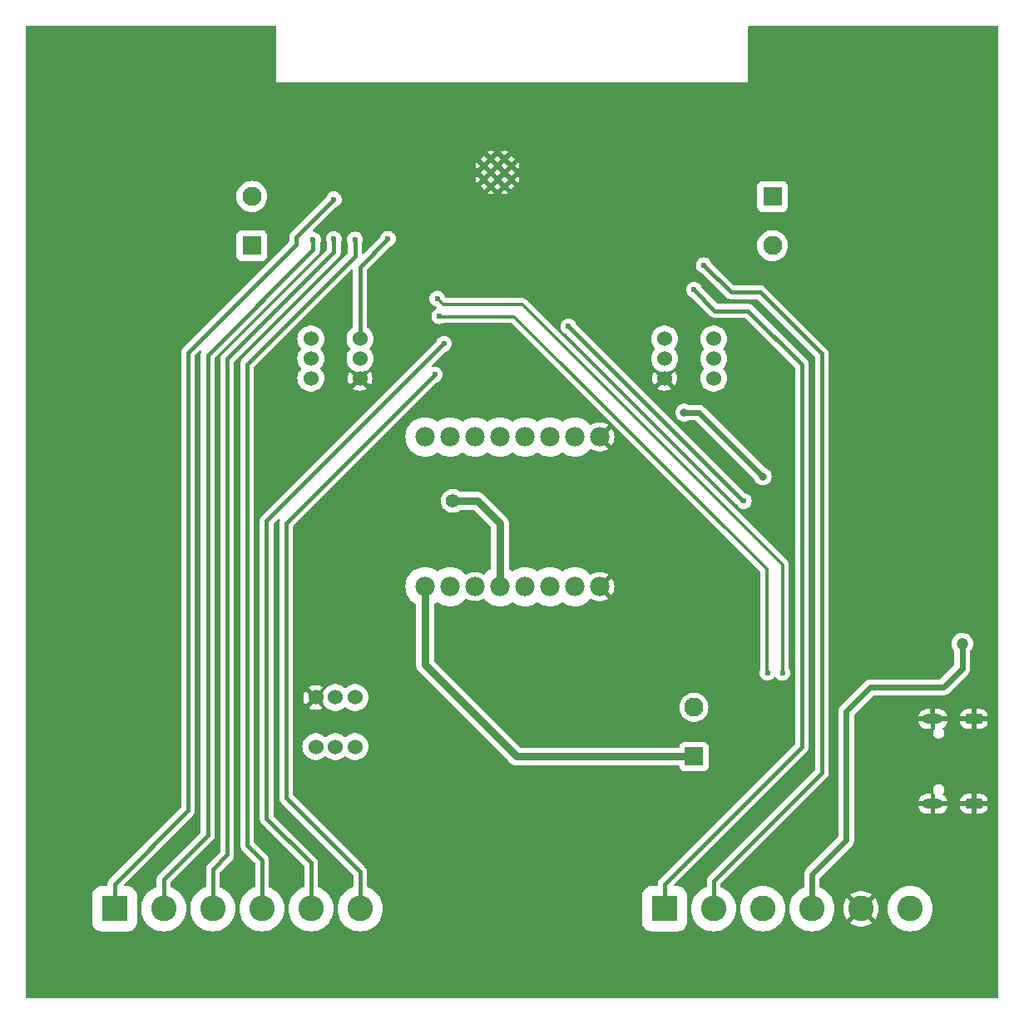
<source format=gbr>
%TF.GenerationSoftware,KiCad,Pcbnew,8.0.5*%
%TF.CreationDate,2024-11-07T23:04:13-05:00*%
%TF.ProjectId,LF02E1,4c463032-4531-42e6-9b69-6361645f7063,rev?*%
%TF.SameCoordinates,Original*%
%TF.FileFunction,Copper,L2,Bot*%
%TF.FilePolarity,Positive*%
%FSLAX46Y46*%
G04 Gerber Fmt 4.6, Leading zero omitted, Abs format (unit mm)*
G04 Created by KiCad (PCBNEW 8.0.5) date 2024-11-07 23:04:13*
%MOMM*%
%LPD*%
G01*
G04 APERTURE LIST*
G04 Aperture macros list*
%AMRoundRect*
0 Rectangle with rounded corners*
0 $1 Rounding radius*
0 $2 $3 $4 $5 $6 $7 $8 $9 X,Y pos of 4 corners*
0 Add a 4 corners polygon primitive as box body*
4,1,4,$2,$3,$4,$5,$6,$7,$8,$9,$2,$3,0*
0 Add four circle primitives for the rounded corners*
1,1,$1+$1,$2,$3*
1,1,$1+$1,$4,$5*
1,1,$1+$1,$6,$7*
1,1,$1+$1,$8,$9*
0 Add four rect primitives between the rounded corners*
20,1,$1+$1,$2,$3,$4,$5,0*
20,1,$1+$1,$4,$5,$6,$7,0*
20,1,$1+$1,$6,$7,$8,$9,0*
20,1,$1+$1,$8,$9,$2,$3,0*%
G04 Aperture macros list end*
%TA.AperFunction,ComponentPad*%
%ADD10C,1.524000*%
%TD*%
%TA.AperFunction,ComponentPad*%
%ADD11R,1.950000X1.950000*%
%TD*%
%TA.AperFunction,ComponentPad*%
%ADD12C,1.950000*%
%TD*%
%TA.AperFunction,ComponentPad*%
%ADD13O,2.100000X1.000000*%
%TD*%
%TA.AperFunction,ComponentPad*%
%ADD14RoundRect,0.250000X0.650000X-0.250000X0.650000X0.250000X-0.650000X0.250000X-0.650000X-0.250000X0*%
%TD*%
%TA.AperFunction,ComponentPad*%
%ADD15R,2.600000X2.600000*%
%TD*%
%TA.AperFunction,ComponentPad*%
%ADD16C,2.600000*%
%TD*%
%TA.AperFunction,HeatsinkPad*%
%ADD17C,0.600000*%
%TD*%
%TA.AperFunction,ComponentPad*%
%ADD18C,1.980000*%
%TD*%
%TA.AperFunction,ViaPad*%
%ADD19C,0.600000*%
%TD*%
%TA.AperFunction,ViaPad*%
%ADD20C,0.800000*%
%TD*%
%TA.AperFunction,ViaPad*%
%ADD21C,1.200000*%
%TD*%
%TA.AperFunction,ViaPad*%
%ADD22C,1.400000*%
%TD*%
%TA.AperFunction,Conductor*%
%ADD23C,0.800000*%
%TD*%
%TA.AperFunction,Conductor*%
%ADD24C,0.400000*%
%TD*%
%TA.AperFunction,Conductor*%
%ADD25C,0.600000*%
%TD*%
%TA.AperFunction,Conductor*%
%ADD26C,0.300000*%
%TD*%
G04 APERTURE END LIST*
D10*
%TO.P,U6,1,at*%
%TO.N,GND*%
X163000000Y-82899267D03*
%TO.P,U6,2,at*%
%TO.N,unconnected-(U6-at-Pad2)*%
X163000000Y-80899267D03*
%TO.P,U6,3,n*%
%TO.N,Net-(U5-IO0)*%
X163000000Y-78899267D03*
%TO.P,U6,4,ot*%
%TO.N,unconnected-(U6-ot-Pad4)*%
X168000000Y-82899267D03*
%TO.P,U6,5,ot*%
%TO.N,unconnected-(U6-ot-Pad5)*%
X168000000Y-80899267D03*
%TO.P,U6,6,m*%
%TO.N,unconnected-(U6-m-Pad6)*%
X168000000Y-78899267D03*
%TD*%
D11*
%TO.P,J2,1,Pin_1*%
%TO.N,/VIN*%
X166000000Y-121399267D03*
D12*
%TO.P,J2,2,Pin_2*%
%TO.N,Net-(J2-Pin_2)*%
X166000000Y-116399267D03*
%TD*%
D11*
%TO.P,J3,1,Pin_1*%
%TO.N,Net-(J3-Pin_1)*%
X121000000Y-69399267D03*
D12*
%TO.P,J3,2,Pin_2*%
%TO.N,Net-(J3-Pin_2)*%
X121000000Y-64399267D03*
%TD*%
D13*
%TO.P,J5,SH1,SHELL_GND*%
%TO.N,GND*%
X190320000Y-126219267D03*
%TO.P,J5,SH2,SHELL_GND__1*%
X190320000Y-117579267D03*
D14*
%TO.P,J5,SH3,SHELL_GND__2*%
X194500000Y-126219267D03*
%TO.P,J5,SH4,SHELL_GND__3*%
X194500000Y-117579267D03*
%TD*%
D10*
%TO.P,U4,1,at*%
%TO.N,GND*%
X127500000Y-115399267D03*
%TO.P,U4,2,at*%
%TO.N,unconnected-(U4-at-Pad2)*%
X129500000Y-115399267D03*
%TO.P,U4,3,n*%
%TO.N,Net-(J2-Pin_2)*%
X131500000Y-115399267D03*
%TO.P,U4,4,ot*%
%TO.N,unconnected-(U4-ot-Pad4)*%
X127500000Y-120399267D03*
%TO.P,U4,5,ot*%
%TO.N,unconnected-(U4-ot-Pad5)*%
X129500000Y-120399267D03*
%TO.P,U4,6,m*%
%TO.N,unconnected-(U4-m-Pad6)*%
X131500000Y-120399267D03*
%TD*%
%TO.P,U3,1,at*%
%TO.N,/D4*%
X132000000Y-78899267D03*
%TO.P,U3,2,at*%
%TO.N,unconnected-(U3-at-Pad2)*%
X132000000Y-80899267D03*
%TO.P,U3,3,n*%
%TO.N,GND*%
X132000000Y-82899267D03*
%TO.P,U3,4,ot*%
%TO.N,unconnected-(U3-ot-Pad4)*%
X127000000Y-78899267D03*
%TO.P,U3,5,ot*%
%TO.N,unconnected-(U3-ot-Pad5)*%
X127000000Y-80899267D03*
%TO.P,U3,6,m*%
%TO.N,unconnected-(U3-m-Pad6)*%
X127000000Y-82899267D03*
%TD*%
D15*
%TO.P,J7,1,Pin_1*%
%TO.N,/A6*%
X163000000Y-136899267D03*
D16*
%TO.P,J7,2,Pin_2*%
%TO.N,/A7*%
X168000000Y-136899267D03*
%TO.P,J7,3,Pin_3*%
%TO.N,/D2*%
X173000000Y-136899267D03*
%TO.P,J7,4,Pin_4*%
%TO.N,/3.3V*%
X178000000Y-136899267D03*
%TO.P,J7,5,Pin_5*%
%TO.N,GND*%
X183000000Y-136899267D03*
%TO.P,J7,6,Pin_6*%
%TO.N,unconnected-(J7-Pin_6-Pad6)*%
X188000000Y-136899267D03*
%TD*%
D17*
%TO.P,U5,41,GND*%
%TO.N,GND*%
X144618867Y-61266897D03*
X144618867Y-62666897D03*
X145318867Y-60566897D03*
X145318867Y-61966897D03*
X145318867Y-63366897D03*
X146018867Y-61266897D03*
X146018867Y-62666897D03*
X146718867Y-60566897D03*
X146718867Y-61966897D03*
X146718867Y-63366897D03*
X147418867Y-61266897D03*
X147418867Y-62666897D03*
%TD*%
D11*
%TO.P,J4,1,Pin_1*%
%TO.N,Net-(J4-Pin_1)*%
X174000000Y-64399267D03*
D12*
%TO.P,J4,2,Pin_2*%
%TO.N,Net-(J4-Pin_2)*%
X174000000Y-69399267D03*
%TD*%
D18*
%TO.P,U1,1,VM*%
%TO.N,/VIN*%
X138621404Y-104114059D03*
%TO.P,U1,2,VCC*%
%TO.N,/3.3V*%
X141161404Y-104114059D03*
%TO.P,U1,3,GND*%
%TO.N,GND*%
X143701404Y-104114059D03*
%TO.P,U1,4,A01*%
%TO.N,Net-(J3-Pin_1)*%
X146241404Y-104114059D03*
%TO.P,U1,5,A02*%
%TO.N,Net-(J3-Pin_2)*%
X148781404Y-104114059D03*
%TO.P,U1,6,B02*%
%TO.N,Net-(J4-Pin_2)*%
X151321404Y-104114059D03*
%TO.P,U1,7,B01*%
%TO.N,Net-(J4-Pin_1)*%
X153861404Y-104114059D03*
%TO.P,U1,8,GND*%
%TO.N,GND*%
X156401404Y-104114059D03*
%TO.P,U1,9,GND*%
X156401404Y-88874059D03*
%TO.P,U1,10,PWMB*%
%TO.N,/D5*%
X153861404Y-88874059D03*
%TO.P,U1,11,BI2*%
%TO.N,/D9*%
X151321404Y-88874059D03*
%TO.P,U1,12,BI1*%
%TO.N,/D8*%
X148781404Y-88874059D03*
%TO.P,U1,13,STBY*%
%TO.N,/D10*%
X146241404Y-88874059D03*
%TO.P,U1,14,AI1*%
%TO.N,/D6*%
X143701404Y-88874059D03*
%TO.P,U1,15,AI2*%
%TO.N,/D7*%
X141161404Y-88874059D03*
%TO.P,U1,16,PWMA*%
%TO.N,/D3*%
X138621404Y-88874059D03*
%TD*%
D15*
%TO.P,J6,1,Pin_1*%
%TO.N,/A0*%
X107025000Y-136899267D03*
D16*
%TO.P,J6,2,Pin_2*%
%TO.N,/A1*%
X112025000Y-136899267D03*
%TO.P,J6,3,Pin_3*%
%TO.N,/A2*%
X117025000Y-136899267D03*
%TO.P,J6,4,Pin_4*%
%TO.N,/A3*%
X122025000Y-136899267D03*
%TO.P,J6,5,Pin_5*%
%TO.N,/A4*%
X127025000Y-136899267D03*
%TO.P,J6,6,Pin_6*%
%TO.N,/A5*%
X132025000Y-136899267D03*
%TD*%
D19*
%TO.N,GND*%
X100725000Y-93199267D03*
X194523642Y-125318895D03*
X139875000Y-54224267D03*
X100650000Y-85549267D03*
X190316246Y-116689955D03*
X150075000Y-61199267D03*
X170317607Y-108871036D03*
X127000000Y-99274267D03*
X127942488Y-106592267D03*
X164535839Y-82974085D03*
X194536239Y-127951666D03*
X136631822Y-53400487D03*
X194485851Y-119373115D03*
X108961045Y-107109730D03*
X156397732Y-87109593D03*
X182925000Y-139974267D03*
X154424862Y-54311989D03*
X130150000Y-56399267D03*
X185350000Y-85724267D03*
X185550000Y-95274267D03*
X127492183Y-113585688D03*
X143732816Y-105782858D03*
X132850000Y-83724267D03*
X158455900Y-54244805D03*
X101041853Y-112340901D03*
X163399871Y-129167652D03*
X196400000Y-121949267D03*
X162825921Y-108824297D03*
X108750000Y-112149267D03*
X111000000Y-85374267D03*
X183557565Y-112889705D03*
X130132040Y-54400821D03*
X118850000Y-50174267D03*
X184500000Y-112074267D03*
X180312391Y-106146551D03*
X194473254Y-116727746D03*
X186198916Y-100675568D03*
X162889693Y-100023723D03*
X131150000Y-83674267D03*
X156429073Y-90810712D03*
X175675000Y-58849267D03*
X111042835Y-93008773D03*
X183000000Y-134249267D03*
X110523072Y-106190149D03*
X104075000Y-50124267D03*
X188075000Y-50399267D03*
X190341440Y-127762711D03*
X130825000Y-126749267D03*
X118700000Y-56999267D03*
X175300000Y-50599267D03*
X180293849Y-101652815D03*
X150250000Y-66099267D03*
X127475000Y-61424267D03*
X108750000Y-119299267D03*
X127492183Y-117107247D03*
X188741354Y-118420497D03*
X188525000Y-125124267D03*
X101050000Y-119474267D03*
X101041853Y-126817207D03*
X143325000Y-65999267D03*
%TO.N,/A1*%
X127225000Y-68798069D03*
%TO.N,/A5*%
X139625000Y-82524267D03*
D20*
%TO.N,/3.3V*%
X165000000Y-86399267D03*
X173000000Y-92899267D03*
D21*
X193300000Y-109924267D03*
D19*
%TO.N,/A7*%
X167000000Y-71399267D03*
%TO.N,/A6*%
X166000000Y-73899267D03*
%TO.N,/A3*%
X131500000Y-68774267D03*
%TO.N,/A0*%
X129350000Y-64704179D03*
%TO.N,/A2*%
X129350000Y-68724267D03*
D22*
%TO.N,Net-(J3-Pin_1)*%
X141461514Y-95380508D03*
D19*
%TO.N,/D2*%
X171075000Y-95399267D03*
X153233867Y-77633134D03*
%TO.N,/A4*%
X140550000Y-79399267D03*
%TO.N,/D4*%
X134862500Y-68711767D03*
%TO.N,/D-*%
X173487500Y-112886767D03*
X140075000Y-76599267D03*
%TO.N,/D+*%
X175000000Y-112899267D03*
X139875000Y-74799267D03*
%TD*%
D23*
%TO.N,Net-(J3-Pin_1)*%
X143956241Y-95380508D02*
X146241404Y-97665671D01*
X141461514Y-95380508D02*
X143956241Y-95380508D01*
X146241404Y-97665671D02*
X146241404Y-104114059D01*
D24*
%TO.N,/A3*%
X120500000Y-81464467D02*
X120500000Y-130399267D01*
X131500000Y-70464467D02*
X120500000Y-81464467D01*
X122025000Y-131924267D02*
X122025000Y-136899267D01*
X131500000Y-68774267D02*
X131500000Y-70464467D01*
X120500000Y-130399267D02*
X122025000Y-131924267D01*
%TO.N,/A2*%
X129350000Y-70049267D02*
X118500000Y-80899267D01*
X117025000Y-132874267D02*
X117025000Y-136899267D01*
X129350000Y-68724267D02*
X129350000Y-70049267D01*
X118500000Y-131399267D02*
X117025000Y-132874267D01*
X118500000Y-80899267D02*
X118500000Y-131399267D01*
%TO.N,/D4*%
X132000000Y-71574267D02*
X132000000Y-78899267D01*
X134862500Y-68711767D02*
X132000000Y-71574267D01*
%TO.N,/A1*%
X112025000Y-133924267D02*
X112025000Y-136899267D01*
X116500000Y-129449267D02*
X112025000Y-133924267D01*
X127225000Y-68798069D02*
X127225000Y-69799267D01*
X127225000Y-69799267D02*
X116500000Y-80524267D01*
X116500000Y-80524267D02*
X116500000Y-129449267D01*
%TO.N,/A0*%
X107025000Y-134374267D02*
X107025000Y-135574267D01*
X114500000Y-126899267D02*
X107025000Y-134374267D01*
X125500000Y-69274267D02*
X114500000Y-80274267D01*
X114500000Y-80274267D02*
X114500000Y-126899267D01*
X125500000Y-68541008D02*
X125500000Y-69274267D01*
X129336829Y-64704179D02*
X125500000Y-68541008D01*
X129350000Y-64704179D02*
X129336829Y-64704179D01*
%TO.N,/A5*%
X124500000Y-97649267D02*
X124500000Y-125624267D01*
X124500000Y-125624267D02*
X132025000Y-133149267D01*
X139625000Y-82524267D02*
X124500000Y-97649267D01*
X132025000Y-133149267D02*
X132025000Y-136899267D01*
D25*
%TO.N,/3.3V*%
X178000000Y-133399267D02*
X178000000Y-136899267D01*
X193300000Y-109924267D02*
X193300000Y-112449267D01*
X166500000Y-86399267D02*
X173000000Y-92899267D01*
X193300000Y-112449267D02*
X191375000Y-114374267D01*
X191375000Y-114374267D02*
X183950000Y-114374267D01*
X181500000Y-116824267D02*
X181500000Y-129899267D01*
X183950000Y-114374267D02*
X181500000Y-116824267D01*
X165000000Y-86399267D02*
X166500000Y-86399267D01*
X181500000Y-129899267D02*
X178000000Y-133399267D01*
D24*
%TO.N,/A7*%
X167000000Y-71399267D02*
X169750000Y-74149267D01*
X172750000Y-74149267D02*
X179000000Y-80399267D01*
X168000000Y-134074267D02*
X168000000Y-136899267D01*
X179000000Y-123074267D02*
X168000000Y-134074267D01*
X169750000Y-74149267D02*
X172750000Y-74149267D01*
X179000000Y-80399267D02*
X179000000Y-123074267D01*
%TO.N,/A6*%
X177000000Y-81524267D02*
X177000000Y-120399267D01*
X166000000Y-73899267D02*
X168137500Y-76036767D01*
X163000000Y-134399267D02*
X163000000Y-136899267D01*
X177000000Y-120399267D02*
X163000000Y-134399267D01*
X168137500Y-76036767D02*
X171512500Y-76036767D01*
X171512500Y-76036767D02*
X177000000Y-81524267D01*
%TO.N,/D2*%
X171000000Y-95399267D02*
X171075000Y-95399267D01*
X153233867Y-77633134D02*
X171000000Y-95399267D01*
D23*
%TO.N,/VIN*%
X138621404Y-104114059D02*
X138621404Y-112095671D01*
X147925000Y-121399267D02*
X166000000Y-121399267D01*
X138621404Y-112095671D02*
X147925000Y-121399267D01*
D24*
%TO.N,/A4*%
X122500000Y-127697795D02*
X127025000Y-132222795D01*
X140500000Y-79399267D02*
X122500000Y-97399267D01*
X127025000Y-132222795D02*
X127025000Y-136899267D01*
X122500000Y-97399267D02*
X122500000Y-127697795D01*
X140550000Y-79399267D02*
X140500000Y-79399267D01*
D26*
%TO.N,/D-*%
X173400000Y-112799267D02*
X173400000Y-102299267D01*
X147725000Y-76624267D02*
X140100000Y-76624267D01*
X173400000Y-102299267D02*
X147725000Y-76624267D01*
X140100000Y-76624267D02*
X140075000Y-76599267D01*
X173487500Y-112886767D02*
X173400000Y-112799267D01*
%TO.N,/D+*%
X175000000Y-101899267D02*
X148500000Y-75399267D01*
X175000000Y-112899267D02*
X175000000Y-101899267D01*
X140475000Y-75399267D02*
X139875000Y-74799267D01*
X148500000Y-75399267D02*
X140475000Y-75399267D01*
%TD*%
%TA.AperFunction,Conductor*%
%TO.N,GND*%
G36*
X123461906Y-47020185D02*
G01*
X123507661Y-47072989D01*
X123518867Y-47124500D01*
X123518867Y-52756897D01*
X171518867Y-52756897D01*
X171518867Y-47124500D01*
X171538552Y-47057461D01*
X171591356Y-47011706D01*
X171642867Y-47000500D01*
X196875500Y-47000500D01*
X196942539Y-47020185D01*
X196988294Y-47072989D01*
X196999500Y-47124500D01*
X196999500Y-145875500D01*
X196979815Y-145942539D01*
X196927011Y-145988294D01*
X196875500Y-145999500D01*
X98124500Y-145999500D01*
X98057461Y-145979815D01*
X98011706Y-145927011D01*
X98000500Y-145875500D01*
X98000500Y-135541233D01*
X104724500Y-135541233D01*
X104724500Y-138257295D01*
X104724501Y-138257301D01*
X104735113Y-138376682D01*
X104791089Y-138572312D01*
X104791090Y-138572315D01*
X104791091Y-138572316D01*
X104885302Y-138752674D01*
X104885304Y-138752676D01*
X105013890Y-138910376D01*
X105107803Y-138986951D01*
X105171593Y-139038965D01*
X105351951Y-139133176D01*
X105547582Y-139189153D01*
X105666963Y-139199767D01*
X108383036Y-139199766D01*
X108502418Y-139189153D01*
X108698049Y-139133176D01*
X108878407Y-139038965D01*
X109036109Y-138910376D01*
X109164698Y-138752674D01*
X109258909Y-138572316D01*
X109314886Y-138376685D01*
X109325500Y-138257304D01*
X109325499Y-135541231D01*
X109314886Y-135421849D01*
X109258909Y-135226218D01*
X109164698Y-135045860D01*
X109112684Y-134982070D01*
X109036109Y-134888157D01*
X108920933Y-134794244D01*
X108878407Y-134759569D01*
X108698049Y-134665358D01*
X108698048Y-134665357D01*
X108698045Y-134665356D01*
X108578980Y-134631288D01*
X108502418Y-134609381D01*
X108502415Y-134609380D01*
X108502413Y-134609380D01*
X108429631Y-134602909D01*
X108383037Y-134598767D01*
X108383033Y-134598767D01*
X108090518Y-134598767D01*
X108023479Y-134579082D01*
X107977724Y-134526278D01*
X107967780Y-134457120D01*
X107996805Y-134393564D01*
X108002837Y-134387086D01*
X115044113Y-127345810D01*
X115120774Y-127231079D01*
X115120775Y-127231078D01*
X115173580Y-127103595D01*
X115200500Y-126968260D01*
X115200500Y-80615786D01*
X115220185Y-80548747D01*
X115236819Y-80528105D01*
X115444990Y-80319934D01*
X115655334Y-80109589D01*
X115716655Y-80076106D01*
X115786346Y-80081090D01*
X115842280Y-80122961D01*
X115866697Y-80188426D01*
X115857574Y-80244724D01*
X115826421Y-80319934D01*
X115826418Y-80319944D01*
X115799500Y-80455271D01*
X115799500Y-129107747D01*
X115779815Y-129174786D01*
X115763181Y-129195428D01*
X111480890Y-133477718D01*
X111480884Y-133477725D01*
X111434032Y-133547846D01*
X111434032Y-133547847D01*
X111404223Y-133592458D01*
X111404222Y-133592460D01*
X111351421Y-133719934D01*
X111351418Y-133719944D01*
X111324500Y-133855271D01*
X111324500Y-134618768D01*
X111304815Y-134685807D01*
X111252011Y-134731562D01*
X111240359Y-134736187D01*
X111142744Y-134769323D01*
X110872286Y-134902698D01*
X110872279Y-134902702D01*
X110621540Y-135070240D01*
X110394810Y-135269077D01*
X110195973Y-135495807D01*
X110028435Y-135746546D01*
X110028431Y-135746553D01*
X109895062Y-136016998D01*
X109895053Y-136017019D01*
X109798122Y-136302568D01*
X109798118Y-136302583D01*
X109739288Y-136598336D01*
X109739287Y-136598348D01*
X109719564Y-136899267D01*
X109739287Y-137200185D01*
X109739288Y-137200197D01*
X109798118Y-137495950D01*
X109798122Y-137495965D01*
X109895053Y-137781514D01*
X109895062Y-137781535D01*
X110028431Y-138051980D01*
X110028435Y-138051987D01*
X110195973Y-138302726D01*
X110394810Y-138529456D01*
X110621540Y-138728293D01*
X110872279Y-138895831D01*
X110872286Y-138895835D01*
X111142731Y-139029204D01*
X111142736Y-139029206D01*
X111142748Y-139029212D01*
X111428309Y-139126147D01*
X111628251Y-139165918D01*
X111724069Y-139184978D01*
X111724070Y-139184978D01*
X111724080Y-139184980D01*
X112025000Y-139204703D01*
X112325920Y-139184980D01*
X112621691Y-139126147D01*
X112907252Y-139029212D01*
X113177718Y-138895833D01*
X113428461Y-138728292D01*
X113655189Y-138529456D01*
X113854025Y-138302728D01*
X114021566Y-138051985D01*
X114154945Y-137781519D01*
X114251880Y-137495958D01*
X114310713Y-137200187D01*
X114330436Y-136899267D01*
X114719564Y-136899267D01*
X114739287Y-137200185D01*
X114739288Y-137200197D01*
X114798118Y-137495950D01*
X114798122Y-137495965D01*
X114895053Y-137781514D01*
X114895062Y-137781535D01*
X115028431Y-138051980D01*
X115028435Y-138051987D01*
X115195973Y-138302726D01*
X115394810Y-138529456D01*
X115621540Y-138728293D01*
X115872279Y-138895831D01*
X115872286Y-138895835D01*
X116142731Y-139029204D01*
X116142736Y-139029206D01*
X116142748Y-139029212D01*
X116428309Y-139126147D01*
X116628251Y-139165918D01*
X116724069Y-139184978D01*
X116724070Y-139184978D01*
X116724080Y-139184980D01*
X117025000Y-139204703D01*
X117325920Y-139184980D01*
X117621691Y-139126147D01*
X117907252Y-139029212D01*
X118177718Y-138895833D01*
X118428461Y-138728292D01*
X118655189Y-138529456D01*
X118854025Y-138302728D01*
X119021566Y-138051985D01*
X119154945Y-137781519D01*
X119251880Y-137495958D01*
X119310713Y-137200187D01*
X119330436Y-136899267D01*
X119719564Y-136899267D01*
X119739287Y-137200185D01*
X119739288Y-137200197D01*
X119798118Y-137495950D01*
X119798122Y-137495965D01*
X119895053Y-137781514D01*
X119895062Y-137781535D01*
X120028431Y-138051980D01*
X120028435Y-138051987D01*
X120195973Y-138302726D01*
X120394810Y-138529456D01*
X120621540Y-138728293D01*
X120872279Y-138895831D01*
X120872286Y-138895835D01*
X121142731Y-139029204D01*
X121142736Y-139029206D01*
X121142748Y-139029212D01*
X121428309Y-139126147D01*
X121628251Y-139165918D01*
X121724069Y-139184978D01*
X121724070Y-139184978D01*
X121724080Y-139184980D01*
X122025000Y-139204703D01*
X122325920Y-139184980D01*
X122621691Y-139126147D01*
X122907252Y-139029212D01*
X123177718Y-138895833D01*
X123428461Y-138728292D01*
X123655189Y-138529456D01*
X123854025Y-138302728D01*
X124021566Y-138051985D01*
X124154945Y-137781519D01*
X124251880Y-137495958D01*
X124310713Y-137200187D01*
X124330436Y-136899267D01*
X124310713Y-136598347D01*
X124251880Y-136302576D01*
X124154945Y-136017015D01*
X124088583Y-135882447D01*
X124021568Y-135746553D01*
X124021564Y-135746546D01*
X123854026Y-135495807D01*
X123655189Y-135269077D01*
X123428459Y-135070240D01*
X123177720Y-134902702D01*
X123177713Y-134902698D01*
X122907255Y-134769323D01*
X122809641Y-134736187D01*
X122752487Y-134695998D01*
X122726134Y-134631288D01*
X122725500Y-134618768D01*
X122725500Y-131855274D01*
X122723617Y-131845810D01*
X122723616Y-131845804D01*
X122715348Y-131804241D01*
X122698580Y-131719939D01*
X122681491Y-131678682D01*
X122645777Y-131592459D01*
X122569112Y-131477721D01*
X121236819Y-130145428D01*
X121203334Y-130084105D01*
X121200500Y-130057747D01*
X121200500Y-127766791D01*
X121799499Y-127766791D01*
X121826418Y-127902117D01*
X121826421Y-127902127D01*
X121879222Y-128029602D01*
X121955887Y-128144340D01*
X121955888Y-128144341D01*
X126288181Y-132476632D01*
X126321666Y-132537955D01*
X126324500Y-132564313D01*
X126324500Y-134618768D01*
X126304815Y-134685807D01*
X126252011Y-134731562D01*
X126240359Y-134736187D01*
X126142744Y-134769323D01*
X125872286Y-134902698D01*
X125872279Y-134902702D01*
X125621540Y-135070240D01*
X125394810Y-135269077D01*
X125195973Y-135495807D01*
X125028435Y-135746546D01*
X125028431Y-135746553D01*
X124895062Y-136016998D01*
X124895053Y-136017019D01*
X124798122Y-136302568D01*
X124798118Y-136302583D01*
X124739288Y-136598336D01*
X124739287Y-136598348D01*
X124719564Y-136899267D01*
X124739287Y-137200185D01*
X124739288Y-137200197D01*
X124798118Y-137495950D01*
X124798122Y-137495965D01*
X124895053Y-137781514D01*
X124895062Y-137781535D01*
X125028431Y-138051980D01*
X125028435Y-138051987D01*
X125195973Y-138302726D01*
X125394810Y-138529456D01*
X125621540Y-138728293D01*
X125872279Y-138895831D01*
X125872286Y-138895835D01*
X126142731Y-139029204D01*
X126142736Y-139029206D01*
X126142748Y-139029212D01*
X126428309Y-139126147D01*
X126628251Y-139165918D01*
X126724069Y-139184978D01*
X126724070Y-139184978D01*
X126724080Y-139184980D01*
X127025000Y-139204703D01*
X127325920Y-139184980D01*
X127621691Y-139126147D01*
X127907252Y-139029212D01*
X128177718Y-138895833D01*
X128428461Y-138728292D01*
X128655189Y-138529456D01*
X128854025Y-138302728D01*
X129021566Y-138051985D01*
X129154945Y-137781519D01*
X129251880Y-137495958D01*
X129310713Y-137200187D01*
X129330436Y-136899267D01*
X129310713Y-136598347D01*
X129251880Y-136302576D01*
X129154945Y-136017015D01*
X129088583Y-135882447D01*
X129021568Y-135746553D01*
X129021564Y-135746546D01*
X128854026Y-135495807D01*
X128655189Y-135269077D01*
X128428459Y-135070240D01*
X128177720Y-134902702D01*
X128177713Y-134902698D01*
X127907255Y-134769323D01*
X127809641Y-134736187D01*
X127752487Y-134695998D01*
X127726134Y-134631288D01*
X127725500Y-134618768D01*
X127725500Y-132153799D01*
X127698581Y-132018471D01*
X127698580Y-132018469D01*
X127698580Y-132018467D01*
X127688139Y-131993261D01*
X127667478Y-131943381D01*
X127645775Y-131890984D01*
X127569114Y-131776253D01*
X127471542Y-131678681D01*
X123236819Y-127443957D01*
X123203334Y-127382634D01*
X123200500Y-127356276D01*
X123200500Y-97740785D01*
X123220185Y-97673746D01*
X123236814Y-97653109D01*
X123655334Y-97234589D01*
X123716655Y-97201106D01*
X123786347Y-97206090D01*
X123842280Y-97247962D01*
X123866697Y-97313426D01*
X123857574Y-97369724D01*
X123826421Y-97444934D01*
X123826418Y-97444944D01*
X123799500Y-97580271D01*
X123799500Y-97580274D01*
X123799500Y-125555273D01*
X123799500Y-125693261D01*
X123799500Y-125693263D01*
X123799499Y-125693263D01*
X123826418Y-125828589D01*
X123826421Y-125828599D01*
X123879222Y-125956074D01*
X123955887Y-126070812D01*
X123955888Y-126070813D01*
X131288181Y-133403105D01*
X131321666Y-133464428D01*
X131324500Y-133490786D01*
X131324500Y-134618768D01*
X131304815Y-134685807D01*
X131252011Y-134731562D01*
X131240359Y-134736187D01*
X131142744Y-134769323D01*
X130872286Y-134902698D01*
X130872279Y-134902702D01*
X130621540Y-135070240D01*
X130394810Y-135269077D01*
X130195973Y-135495807D01*
X130028435Y-135746546D01*
X130028431Y-135746553D01*
X129895062Y-136016998D01*
X129895053Y-136017019D01*
X129798122Y-136302568D01*
X129798118Y-136302583D01*
X129739288Y-136598336D01*
X129739287Y-136598348D01*
X129719564Y-136899267D01*
X129739287Y-137200185D01*
X129739288Y-137200197D01*
X129798118Y-137495950D01*
X129798122Y-137495965D01*
X129895053Y-137781514D01*
X129895062Y-137781535D01*
X130028431Y-138051980D01*
X130028435Y-138051987D01*
X130195973Y-138302726D01*
X130394810Y-138529456D01*
X130621540Y-138728293D01*
X130872279Y-138895831D01*
X130872286Y-138895835D01*
X131142731Y-139029204D01*
X131142736Y-139029206D01*
X131142748Y-139029212D01*
X131428309Y-139126147D01*
X131628251Y-139165918D01*
X131724069Y-139184978D01*
X131724070Y-139184978D01*
X131724080Y-139184980D01*
X132025000Y-139204703D01*
X132325920Y-139184980D01*
X132621691Y-139126147D01*
X132907252Y-139029212D01*
X133177718Y-138895833D01*
X133428461Y-138728292D01*
X133655189Y-138529456D01*
X133854025Y-138302728D01*
X134021566Y-138051985D01*
X134154945Y-137781519D01*
X134251880Y-137495958D01*
X134310713Y-137200187D01*
X134330436Y-136899267D01*
X134310713Y-136598347D01*
X134251880Y-136302576D01*
X134154945Y-136017015D01*
X134088583Y-135882447D01*
X134021568Y-135746553D01*
X134021564Y-135746546D01*
X133884379Y-135541233D01*
X160699500Y-135541233D01*
X160699500Y-138257295D01*
X160699501Y-138257301D01*
X160710113Y-138376682D01*
X160766089Y-138572312D01*
X160766090Y-138572315D01*
X160766091Y-138572316D01*
X160860302Y-138752674D01*
X160860304Y-138752676D01*
X160988890Y-138910376D01*
X161082803Y-138986951D01*
X161146593Y-139038965D01*
X161326951Y-139133176D01*
X161522582Y-139189153D01*
X161641963Y-139199767D01*
X164358036Y-139199766D01*
X164477418Y-139189153D01*
X164673049Y-139133176D01*
X164853407Y-139038965D01*
X165011109Y-138910376D01*
X165139698Y-138752674D01*
X165233909Y-138572316D01*
X165289886Y-138376685D01*
X165300500Y-138257304D01*
X165300499Y-136899267D01*
X165694564Y-136899267D01*
X165714287Y-137200185D01*
X165714288Y-137200197D01*
X165773118Y-137495950D01*
X165773122Y-137495965D01*
X165870053Y-137781514D01*
X165870062Y-137781535D01*
X166003431Y-138051980D01*
X166003435Y-138051987D01*
X166170973Y-138302726D01*
X166369810Y-138529456D01*
X166596540Y-138728293D01*
X166847279Y-138895831D01*
X166847286Y-138895835D01*
X167117731Y-139029204D01*
X167117736Y-139029206D01*
X167117748Y-139029212D01*
X167403309Y-139126147D01*
X167603251Y-139165918D01*
X167699069Y-139184978D01*
X167699070Y-139184978D01*
X167699080Y-139184980D01*
X168000000Y-139204703D01*
X168300920Y-139184980D01*
X168596691Y-139126147D01*
X168882252Y-139029212D01*
X169152718Y-138895833D01*
X169403461Y-138728292D01*
X169630189Y-138529456D01*
X169829025Y-138302728D01*
X169996566Y-138051985D01*
X170129945Y-137781519D01*
X170226880Y-137495958D01*
X170285713Y-137200187D01*
X170305436Y-136899267D01*
X170694564Y-136899267D01*
X170714287Y-137200185D01*
X170714288Y-137200197D01*
X170773118Y-137495950D01*
X170773122Y-137495965D01*
X170870053Y-137781514D01*
X170870062Y-137781535D01*
X171003431Y-138051980D01*
X171003435Y-138051987D01*
X171170973Y-138302726D01*
X171369810Y-138529456D01*
X171596540Y-138728293D01*
X171847279Y-138895831D01*
X171847286Y-138895835D01*
X172117731Y-139029204D01*
X172117736Y-139029206D01*
X172117748Y-139029212D01*
X172403309Y-139126147D01*
X172603251Y-139165918D01*
X172699069Y-139184978D01*
X172699070Y-139184978D01*
X172699080Y-139184980D01*
X173000000Y-139204703D01*
X173300920Y-139184980D01*
X173596691Y-139126147D01*
X173882252Y-139029212D01*
X174152718Y-138895833D01*
X174403461Y-138728292D01*
X174630189Y-138529456D01*
X174829025Y-138302728D01*
X174996566Y-138051985D01*
X175129945Y-137781519D01*
X175226880Y-137495958D01*
X175285713Y-137200187D01*
X175305436Y-136899267D01*
X175694564Y-136899267D01*
X175714287Y-137200185D01*
X175714288Y-137200197D01*
X175773118Y-137495950D01*
X175773122Y-137495965D01*
X175870053Y-137781514D01*
X175870062Y-137781535D01*
X176003431Y-138051980D01*
X176003435Y-138051987D01*
X176170973Y-138302726D01*
X176369810Y-138529456D01*
X176596540Y-138728293D01*
X176847279Y-138895831D01*
X176847286Y-138895835D01*
X177117731Y-139029204D01*
X177117736Y-139029206D01*
X177117748Y-139029212D01*
X177403309Y-139126147D01*
X177603251Y-139165918D01*
X177699069Y-139184978D01*
X177699070Y-139184978D01*
X177699080Y-139184980D01*
X178000000Y-139204703D01*
X178300920Y-139184980D01*
X178596691Y-139126147D01*
X178882252Y-139029212D01*
X179152718Y-138895833D01*
X179403461Y-138728292D01*
X179630189Y-138529456D01*
X179829025Y-138302728D01*
X179996566Y-138051985D01*
X180129945Y-137781519D01*
X180226880Y-137495958D01*
X180285713Y-137200187D01*
X180305436Y-136899267D01*
X180305436Y-136899262D01*
X181194953Y-136899262D01*
X181194953Y-136899271D01*
X181215113Y-137168293D01*
X181215113Y-137168295D01*
X181275142Y-137431300D01*
X181275148Y-137431319D01*
X181373709Y-137682448D01*
X181373708Y-137682448D01*
X181508602Y-137916089D01*
X181562294Y-137983418D01*
X182398957Y-137146754D01*
X182423978Y-137207157D01*
X182495112Y-137313618D01*
X182585649Y-137404155D01*
X182692110Y-137475289D01*
X182752510Y-137500308D01*
X181914848Y-138337969D01*
X182097483Y-138462487D01*
X182097485Y-138462488D01*
X182340539Y-138579536D01*
X182340537Y-138579536D01*
X182598337Y-138659057D01*
X182598343Y-138659059D01*
X182865101Y-138699266D01*
X182865110Y-138699267D01*
X183134890Y-138699267D01*
X183134898Y-138699266D01*
X183401656Y-138659059D01*
X183401662Y-138659057D01*
X183659461Y-138579536D01*
X183902521Y-138462485D01*
X184085150Y-138337969D01*
X183247488Y-137500308D01*
X183307890Y-137475289D01*
X183414351Y-137404155D01*
X183504888Y-137313618D01*
X183576022Y-137207157D01*
X183601041Y-137146755D01*
X184437703Y-137983418D01*
X184437704Y-137983417D01*
X184491393Y-137916095D01*
X184491400Y-137916084D01*
X184626290Y-137682448D01*
X184724851Y-137431319D01*
X184724857Y-137431300D01*
X184784886Y-137168295D01*
X184784886Y-137168293D01*
X184805047Y-136899271D01*
X184805047Y-136899267D01*
X185694564Y-136899267D01*
X185714287Y-137200185D01*
X185714288Y-137200197D01*
X185773118Y-137495950D01*
X185773122Y-137495965D01*
X185870053Y-137781514D01*
X185870062Y-137781535D01*
X186003431Y-138051980D01*
X186003435Y-138051987D01*
X186170973Y-138302726D01*
X186369810Y-138529456D01*
X186596540Y-138728293D01*
X186847279Y-138895831D01*
X186847286Y-138895835D01*
X187117731Y-139029204D01*
X187117736Y-139029206D01*
X187117748Y-139029212D01*
X187403309Y-139126147D01*
X187603251Y-139165918D01*
X187699069Y-139184978D01*
X187699070Y-139184978D01*
X187699080Y-139184980D01*
X188000000Y-139204703D01*
X188300920Y-139184980D01*
X188596691Y-139126147D01*
X188882252Y-139029212D01*
X189152718Y-138895833D01*
X189403461Y-138728292D01*
X189630189Y-138529456D01*
X189829025Y-138302728D01*
X189996566Y-138051985D01*
X190129945Y-137781519D01*
X190226880Y-137495958D01*
X190285713Y-137200187D01*
X190305436Y-136899267D01*
X190285713Y-136598347D01*
X190226880Y-136302576D01*
X190129945Y-136017015D01*
X190063583Y-135882447D01*
X189996568Y-135746553D01*
X189996564Y-135746546D01*
X189829026Y-135495807D01*
X189630189Y-135269077D01*
X189403459Y-135070240D01*
X189152720Y-134902702D01*
X189152713Y-134902698D01*
X188882268Y-134769329D01*
X188882247Y-134769320D01*
X188596698Y-134672389D01*
X188596692Y-134672387D01*
X188596691Y-134672387D01*
X188596689Y-134672386D01*
X188596683Y-134672385D01*
X188300930Y-134613555D01*
X188300921Y-134613554D01*
X188300920Y-134613554D01*
X188000000Y-134593831D01*
X187699080Y-134613554D01*
X187699079Y-134613554D01*
X187699069Y-134613555D01*
X187403316Y-134672385D01*
X187403301Y-134672389D01*
X187117752Y-134769320D01*
X187117731Y-134769329D01*
X186847286Y-134902698D01*
X186847279Y-134902702D01*
X186596540Y-135070240D01*
X186369810Y-135269077D01*
X186170973Y-135495807D01*
X186003435Y-135746546D01*
X186003431Y-135746553D01*
X185870062Y-136016998D01*
X185870053Y-136017019D01*
X185773122Y-136302568D01*
X185773118Y-136302583D01*
X185714288Y-136598336D01*
X185714287Y-136598348D01*
X185694564Y-136899267D01*
X184805047Y-136899267D01*
X184805047Y-136899262D01*
X184784886Y-136630240D01*
X184784886Y-136630238D01*
X184724857Y-136367233D01*
X184724851Y-136367214D01*
X184626290Y-136116085D01*
X184626291Y-136116085D01*
X184491397Y-135882444D01*
X184437704Y-135815114D01*
X183601041Y-136651777D01*
X183576022Y-136591377D01*
X183504888Y-136484916D01*
X183414351Y-136394379D01*
X183307890Y-136323245D01*
X183247488Y-136298225D01*
X184085150Y-135460563D01*
X183902517Y-135336046D01*
X183902516Y-135336045D01*
X183659460Y-135218997D01*
X183659462Y-135218997D01*
X183401662Y-135139476D01*
X183401656Y-135139474D01*
X183134898Y-135099267D01*
X182865101Y-135099267D01*
X182598343Y-135139474D01*
X182598337Y-135139476D01*
X182340538Y-135218997D01*
X182097485Y-135336045D01*
X182097476Y-135336050D01*
X181914848Y-135460563D01*
X182752511Y-136298225D01*
X182692110Y-136323245D01*
X182585649Y-136394379D01*
X182495112Y-136484916D01*
X182423978Y-136591377D01*
X182398958Y-136651778D01*
X181562295Y-135815115D01*
X181508600Y-135882447D01*
X181373709Y-136116085D01*
X181275148Y-136367214D01*
X181275142Y-136367233D01*
X181215113Y-136630238D01*
X181215113Y-136630240D01*
X181194953Y-136899262D01*
X180305436Y-136899262D01*
X180285713Y-136598347D01*
X180226880Y-136302576D01*
X180129945Y-136017015D01*
X180063583Y-135882447D01*
X179996568Y-135746553D01*
X179996564Y-135746546D01*
X179829026Y-135495807D01*
X179630189Y-135269077D01*
X179403459Y-135070240D01*
X179152720Y-134902702D01*
X179152713Y-134902698D01*
X178882252Y-134769322D01*
X178878497Y-134767767D01*
X178879123Y-134766254D01*
X178827483Y-134729939D01*
X178801133Y-134665228D01*
X178800500Y-134652714D01*
X178800500Y-133782207D01*
X178820185Y-133715168D01*
X178836819Y-133694526D01*
X182121788Y-130409557D01*
X182174764Y-130330273D01*
X182209394Y-130278446D01*
X182269737Y-130132764D01*
X182300500Y-129978109D01*
X182300500Y-125969267D01*
X188800138Y-125969267D01*
X189603012Y-125969267D01*
X189585795Y-125979207D01*
X189529940Y-126035062D01*
X189490444Y-126103471D01*
X189470000Y-126179771D01*
X189470000Y-126258763D01*
X189490444Y-126335063D01*
X189529940Y-126403472D01*
X189585795Y-126459327D01*
X189603012Y-126469267D01*
X188800138Y-126469267D01*
X188808430Y-126510957D01*
X188808430Y-126510959D01*
X188883807Y-126692938D01*
X188883814Y-126692951D01*
X188993248Y-126856729D01*
X188993251Y-126856733D01*
X189132533Y-126996015D01*
X189132537Y-126996018D01*
X189296315Y-127105452D01*
X189296328Y-127105459D01*
X189478306Y-127180836D01*
X189478318Y-127180839D01*
X189671504Y-127219266D01*
X189671508Y-127219267D01*
X190070000Y-127219267D01*
X190070000Y-126519267D01*
X190570000Y-126519267D01*
X190570000Y-127219267D01*
X190968492Y-127219267D01*
X190968495Y-127219266D01*
X191161681Y-127180839D01*
X191161693Y-127180836D01*
X191343671Y-127105459D01*
X191343684Y-127105452D01*
X191507462Y-126996018D01*
X191507466Y-126996015D01*
X191646748Y-126856733D01*
X191646751Y-126856729D01*
X191756185Y-126692951D01*
X191756192Y-126692938D01*
X191831569Y-126510959D01*
X191831569Y-126510957D01*
X191839862Y-126469267D01*
X191036988Y-126469267D01*
X191054205Y-126459327D01*
X191110060Y-126403472D01*
X191149556Y-126335063D01*
X191170000Y-126258763D01*
X191170000Y-126179771D01*
X191149556Y-126103471D01*
X191110060Y-126035062D01*
X191054205Y-125979207D01*
X191036988Y-125969267D01*
X191839862Y-125969267D01*
X191831569Y-125927576D01*
X191831569Y-125927574D01*
X191828134Y-125919280D01*
X193100000Y-125919280D01*
X193100000Y-125969267D01*
X193933012Y-125969267D01*
X193915795Y-125979207D01*
X193859940Y-126035062D01*
X193820444Y-126103471D01*
X193800000Y-126179771D01*
X193800000Y-126258763D01*
X193820444Y-126335063D01*
X193859940Y-126403472D01*
X193915795Y-126459327D01*
X193933012Y-126469267D01*
X193100001Y-126469267D01*
X193100001Y-126519253D01*
X193110494Y-126621964D01*
X193165641Y-126788386D01*
X193165643Y-126788391D01*
X193257684Y-126937612D01*
X193381654Y-127061582D01*
X193530875Y-127153623D01*
X193530880Y-127153625D01*
X193697302Y-127208772D01*
X193697309Y-127208773D01*
X193800019Y-127219266D01*
X194249999Y-127219266D01*
X194250000Y-127219265D01*
X194250000Y-126519267D01*
X194750000Y-126519267D01*
X194750000Y-127219266D01*
X195199972Y-127219266D01*
X195199986Y-127219265D01*
X195302697Y-127208772D01*
X195469119Y-127153625D01*
X195469124Y-127153623D01*
X195618345Y-127061582D01*
X195742315Y-126937612D01*
X195834356Y-126788391D01*
X195834358Y-126788386D01*
X195889505Y-126621964D01*
X195889506Y-126621957D01*
X195899999Y-126519253D01*
X195900000Y-126519240D01*
X195900000Y-126469267D01*
X195066988Y-126469267D01*
X195084205Y-126459327D01*
X195140060Y-126403472D01*
X195179556Y-126335063D01*
X195200000Y-126258763D01*
X195200000Y-126179771D01*
X195179556Y-126103471D01*
X195140060Y-126035062D01*
X195084205Y-125979207D01*
X195066988Y-125969267D01*
X195899999Y-125969267D01*
X195899999Y-125919295D01*
X195899998Y-125919280D01*
X195889505Y-125816569D01*
X195834358Y-125650147D01*
X195834356Y-125650142D01*
X195742315Y-125500921D01*
X195618345Y-125376951D01*
X195469124Y-125284910D01*
X195469119Y-125284908D01*
X195302697Y-125229761D01*
X195302690Y-125229760D01*
X195199986Y-125219267D01*
X194750000Y-125219267D01*
X194750000Y-125919267D01*
X194250000Y-125919267D01*
X194250000Y-125219267D01*
X193800028Y-125219267D01*
X193800012Y-125219268D01*
X193697302Y-125229761D01*
X193530880Y-125284908D01*
X193530875Y-125284910D01*
X193381654Y-125376951D01*
X193257684Y-125500921D01*
X193165643Y-125650142D01*
X193165641Y-125650147D01*
X193110494Y-125816569D01*
X193110493Y-125816576D01*
X193100000Y-125919280D01*
X191828134Y-125919280D01*
X191756192Y-125745595D01*
X191756185Y-125745582D01*
X191646751Y-125581804D01*
X191646748Y-125581800D01*
X191507466Y-125442518D01*
X191507462Y-125442515D01*
X191365237Y-125347482D01*
X191320432Y-125293869D01*
X191311725Y-125224544D01*
X191341880Y-125161517D01*
X191346430Y-125156716D01*
X191360515Y-125142632D01*
X191436281Y-125011402D01*
X191475500Y-124865033D01*
X191475500Y-124713501D01*
X191436281Y-124567132D01*
X191360515Y-124435902D01*
X191253365Y-124328752D01*
X191187750Y-124290869D01*
X191122136Y-124252986D01*
X191048950Y-124233376D01*
X190975766Y-124213767D01*
X190824234Y-124213767D01*
X190677863Y-124252986D01*
X190546635Y-124328752D01*
X190546632Y-124328754D01*
X190439487Y-124435899D01*
X190439485Y-124435902D01*
X190363719Y-124567130D01*
X190324500Y-124713501D01*
X190324500Y-124865032D01*
X190363719Y-125011403D01*
X190401602Y-125077017D01*
X190439485Y-125142632D01*
X190439486Y-125142633D01*
X190439487Y-125142634D01*
X190533681Y-125236828D01*
X190567166Y-125298151D01*
X190570000Y-125324509D01*
X190570000Y-125919267D01*
X190070000Y-125919267D01*
X190070000Y-125219267D01*
X189671504Y-125219267D01*
X189478318Y-125257694D01*
X189478306Y-125257697D01*
X189296328Y-125333074D01*
X189296315Y-125333081D01*
X189132537Y-125442515D01*
X189132533Y-125442518D01*
X188993251Y-125581800D01*
X188993248Y-125581804D01*
X188883814Y-125745582D01*
X188883807Y-125745595D01*
X188808430Y-125927574D01*
X188808430Y-125927576D01*
X188800138Y-125969267D01*
X182300500Y-125969267D01*
X182300500Y-117329267D01*
X188800138Y-117329267D01*
X189603012Y-117329267D01*
X189585795Y-117339207D01*
X189529940Y-117395062D01*
X189490444Y-117463471D01*
X189470000Y-117539771D01*
X189470000Y-117618763D01*
X189490444Y-117695063D01*
X189529940Y-117763472D01*
X189585795Y-117819327D01*
X189603012Y-117829267D01*
X188800138Y-117829267D01*
X188808430Y-117870957D01*
X188808430Y-117870959D01*
X188883807Y-118052938D01*
X188883814Y-118052951D01*
X188993248Y-118216729D01*
X188993251Y-118216733D01*
X189132533Y-118356015D01*
X189132537Y-118356018D01*
X189296315Y-118465452D01*
X189296328Y-118465459D01*
X189478306Y-118540836D01*
X189478318Y-118540839D01*
X189671504Y-118579266D01*
X189671508Y-118579267D01*
X190070000Y-118579267D01*
X190070000Y-117879267D01*
X190570000Y-117879267D01*
X190570000Y-118474025D01*
X190550315Y-118541064D01*
X190533681Y-118561706D01*
X190439487Y-118655899D01*
X190439485Y-118655902D01*
X190363719Y-118787130D01*
X190324500Y-118933501D01*
X190324500Y-119085032D01*
X190363719Y-119231403D01*
X190377181Y-119254719D01*
X190439485Y-119362632D01*
X190546635Y-119469782D01*
X190677865Y-119545548D01*
X190824234Y-119584767D01*
X190824236Y-119584767D01*
X190975764Y-119584767D01*
X190975766Y-119584767D01*
X191122135Y-119545548D01*
X191253365Y-119469782D01*
X191360515Y-119362632D01*
X191436281Y-119231402D01*
X191475500Y-119085033D01*
X191475500Y-118933501D01*
X191436281Y-118787132D01*
X191360515Y-118655902D01*
X191346447Y-118641834D01*
X191312962Y-118580511D01*
X191317946Y-118510819D01*
X191359818Y-118454886D01*
X191365237Y-118451051D01*
X191507462Y-118356018D01*
X191507466Y-118356015D01*
X191646748Y-118216733D01*
X191646751Y-118216729D01*
X191756185Y-118052951D01*
X191756192Y-118052938D01*
X191831569Y-117870959D01*
X191831569Y-117870957D01*
X191839862Y-117829267D01*
X191036988Y-117829267D01*
X191054205Y-117819327D01*
X191110060Y-117763472D01*
X191149556Y-117695063D01*
X191170000Y-117618763D01*
X191170000Y-117539771D01*
X191149556Y-117463471D01*
X191110060Y-117395062D01*
X191054205Y-117339207D01*
X191036988Y-117329267D01*
X191839862Y-117329267D01*
X191831569Y-117287576D01*
X191831569Y-117287574D01*
X191828134Y-117279280D01*
X193100000Y-117279280D01*
X193100000Y-117329267D01*
X193933012Y-117329267D01*
X193915795Y-117339207D01*
X193859940Y-117395062D01*
X193820444Y-117463471D01*
X193800000Y-117539771D01*
X193800000Y-117618763D01*
X193820444Y-117695063D01*
X193859940Y-117763472D01*
X193915795Y-117819327D01*
X193933012Y-117829267D01*
X193100001Y-117829267D01*
X193100001Y-117879253D01*
X193110494Y-117981964D01*
X193165641Y-118148386D01*
X193165643Y-118148391D01*
X193257684Y-118297612D01*
X193381654Y-118421582D01*
X193530875Y-118513623D01*
X193530880Y-118513625D01*
X193697302Y-118568772D01*
X193697309Y-118568773D01*
X193800019Y-118579266D01*
X194249999Y-118579266D01*
X194250000Y-118579265D01*
X194250000Y-117879267D01*
X194750000Y-117879267D01*
X194750000Y-118579266D01*
X195199972Y-118579266D01*
X195199986Y-118579265D01*
X195302697Y-118568772D01*
X195469119Y-118513625D01*
X195469124Y-118513623D01*
X195618345Y-118421582D01*
X195742315Y-118297612D01*
X195834356Y-118148391D01*
X195834358Y-118148386D01*
X195889505Y-117981964D01*
X195889506Y-117981957D01*
X195899999Y-117879253D01*
X195900000Y-117879240D01*
X195900000Y-117829267D01*
X195066988Y-117829267D01*
X195084205Y-117819327D01*
X195140060Y-117763472D01*
X195179556Y-117695063D01*
X195200000Y-117618763D01*
X195200000Y-117539771D01*
X195179556Y-117463471D01*
X195140060Y-117395062D01*
X195084205Y-117339207D01*
X195066988Y-117329267D01*
X195899999Y-117329267D01*
X195899999Y-117279295D01*
X195899998Y-117279280D01*
X195889505Y-117176569D01*
X195834358Y-117010147D01*
X195834356Y-117010142D01*
X195742315Y-116860921D01*
X195618345Y-116736951D01*
X195469124Y-116644910D01*
X195469119Y-116644908D01*
X195302697Y-116589761D01*
X195302690Y-116589760D01*
X195199986Y-116579267D01*
X194750000Y-116579267D01*
X194750000Y-117279267D01*
X194250000Y-117279267D01*
X194250000Y-116579267D01*
X193800028Y-116579267D01*
X193800012Y-116579268D01*
X193697302Y-116589761D01*
X193530880Y-116644908D01*
X193530875Y-116644910D01*
X193381654Y-116736951D01*
X193257684Y-116860921D01*
X193165643Y-117010142D01*
X193165641Y-117010147D01*
X193110494Y-117176569D01*
X193110493Y-117176576D01*
X193100000Y-117279280D01*
X191828134Y-117279280D01*
X191756192Y-117105595D01*
X191756185Y-117105582D01*
X191646751Y-116941804D01*
X191646748Y-116941800D01*
X191507466Y-116802518D01*
X191507462Y-116802515D01*
X191343684Y-116693081D01*
X191343671Y-116693074D01*
X191161693Y-116617697D01*
X191161681Y-116617694D01*
X190968495Y-116579267D01*
X190570000Y-116579267D01*
X190570000Y-117279267D01*
X190070000Y-117279267D01*
X190070000Y-116579267D01*
X189671504Y-116579267D01*
X189478318Y-116617694D01*
X189478306Y-116617697D01*
X189296328Y-116693074D01*
X189296315Y-116693081D01*
X189132537Y-116802515D01*
X189132533Y-116802518D01*
X188993251Y-116941800D01*
X188993248Y-116941804D01*
X188883814Y-117105582D01*
X188883807Y-117105595D01*
X188808430Y-117287574D01*
X188808430Y-117287576D01*
X188800138Y-117329267D01*
X182300500Y-117329267D01*
X182300500Y-117207207D01*
X182320185Y-117140168D01*
X182336819Y-117119526D01*
X184245259Y-115211086D01*
X184306582Y-115177601D01*
X184332940Y-115174767D01*
X191453844Y-115174767D01*
X191453845Y-115174766D01*
X191608497Y-115144004D01*
X191754179Y-115083661D01*
X191885289Y-114996056D01*
X193921789Y-112959556D01*
X194009394Y-112828446D01*
X194069737Y-112682764D01*
X194100500Y-112528109D01*
X194100500Y-110731943D01*
X194120185Y-110664904D01*
X194125539Y-110657225D01*
X194239673Y-110506088D01*
X194330582Y-110323517D01*
X194386397Y-110127350D01*
X194405215Y-109924267D01*
X194386397Y-109721184D01*
X194330582Y-109525017D01*
X194239673Y-109342446D01*
X194116764Y-109179688D01*
X194116762Y-109179685D01*
X193966041Y-109042286D01*
X193966039Y-109042284D01*
X193792642Y-108934922D01*
X193792635Y-108934918D01*
X193697546Y-108898081D01*
X193602456Y-108861243D01*
X193401976Y-108823767D01*
X193198024Y-108823767D01*
X192997544Y-108861243D01*
X192997541Y-108861243D01*
X192997541Y-108861244D01*
X192807364Y-108934918D01*
X192807357Y-108934922D01*
X192633960Y-109042284D01*
X192633958Y-109042286D01*
X192483237Y-109179685D01*
X192360327Y-109342445D01*
X192269422Y-109525006D01*
X192269417Y-109525019D01*
X192213602Y-109721184D01*
X192194785Y-109924266D01*
X192194785Y-109924267D01*
X192213602Y-110127349D01*
X192269417Y-110323514D01*
X192269422Y-110323527D01*
X192360327Y-110506088D01*
X192474454Y-110657217D01*
X192499146Y-110722577D01*
X192499500Y-110731943D01*
X192499500Y-112066327D01*
X192479815Y-112133366D01*
X192463181Y-112154008D01*
X191079741Y-113537448D01*
X191018418Y-113570933D01*
X190992060Y-113573767D01*
X183871155Y-113573767D01*
X183716508Y-113604528D01*
X183716498Y-113604531D01*
X183570827Y-113664869D01*
X183570814Y-113664876D01*
X183439711Y-113752477D01*
X183439707Y-113752480D01*
X181572947Y-115619242D01*
X180989711Y-116202478D01*
X180953193Y-116238996D01*
X180878209Y-116313979D01*
X180790609Y-116445081D01*
X180790602Y-116445094D01*
X180730264Y-116590765D01*
X180730261Y-116590777D01*
X180699500Y-116745420D01*
X180699500Y-129516327D01*
X180679815Y-129583366D01*
X180663181Y-129604008D01*
X177489711Y-132777478D01*
X177449733Y-132817456D01*
X177378209Y-132888979D01*
X177290609Y-133020081D01*
X177290602Y-133020094D01*
X177230264Y-133165765D01*
X177230261Y-133165777D01*
X177199500Y-133320420D01*
X177199500Y-134652714D01*
X177179815Y-134719753D01*
X177127011Y-134765508D01*
X177121477Y-134767704D01*
X177121503Y-134767767D01*
X177117747Y-134769322D01*
X176847286Y-134902698D01*
X176847279Y-134902702D01*
X176596540Y-135070240D01*
X176369810Y-135269077D01*
X176170973Y-135495807D01*
X176003435Y-135746546D01*
X176003431Y-135746553D01*
X175870062Y-136016998D01*
X175870053Y-136017019D01*
X175773122Y-136302568D01*
X175773118Y-136302583D01*
X175714288Y-136598336D01*
X175714287Y-136598348D01*
X175694564Y-136899267D01*
X175305436Y-136899267D01*
X175285713Y-136598347D01*
X175226880Y-136302576D01*
X175129945Y-136017015D01*
X175063583Y-135882447D01*
X174996568Y-135746553D01*
X174996564Y-135746546D01*
X174829026Y-135495807D01*
X174630189Y-135269077D01*
X174403459Y-135070240D01*
X174152720Y-134902702D01*
X174152713Y-134902698D01*
X173882268Y-134769329D01*
X173882247Y-134769320D01*
X173596698Y-134672389D01*
X173596692Y-134672387D01*
X173596691Y-134672387D01*
X173596689Y-134672386D01*
X173596683Y-134672385D01*
X173300930Y-134613555D01*
X173300921Y-134613554D01*
X173300920Y-134613554D01*
X173000000Y-134593831D01*
X172699080Y-134613554D01*
X172699079Y-134613554D01*
X172699069Y-134613555D01*
X172403316Y-134672385D01*
X172403301Y-134672389D01*
X172117752Y-134769320D01*
X172117731Y-134769329D01*
X171847286Y-134902698D01*
X171847279Y-134902702D01*
X171596540Y-135070240D01*
X171369810Y-135269077D01*
X171170973Y-135495807D01*
X171003435Y-135746546D01*
X171003431Y-135746553D01*
X170870062Y-136016998D01*
X170870053Y-136017019D01*
X170773122Y-136302568D01*
X170773118Y-136302583D01*
X170714288Y-136598336D01*
X170714287Y-136598348D01*
X170694564Y-136899267D01*
X170305436Y-136899267D01*
X170285713Y-136598347D01*
X170226880Y-136302576D01*
X170129945Y-136017015D01*
X170063583Y-135882447D01*
X169996568Y-135746553D01*
X169996564Y-135746546D01*
X169829026Y-135495807D01*
X169630189Y-135269077D01*
X169403459Y-135070240D01*
X169152720Y-134902702D01*
X169152713Y-134902698D01*
X168882255Y-134769323D01*
X168784641Y-134736187D01*
X168727487Y-134695998D01*
X168701134Y-134631288D01*
X168700500Y-134618768D01*
X168700500Y-134415786D01*
X168720185Y-134348747D01*
X168736819Y-134328105D01*
X179544112Y-123520812D01*
X179544114Y-123520810D01*
X179620775Y-123406078D01*
X179673580Y-123278596D01*
X179673580Y-123278592D01*
X179673582Y-123278589D01*
X179678934Y-123251678D01*
X179678934Y-123251676D01*
X179700500Y-123143260D01*
X179700500Y-80330274D01*
X179700500Y-80330271D01*
X179673581Y-80194944D01*
X179673580Y-80194943D01*
X179673580Y-80194939D01*
X179670882Y-80188426D01*
X179620778Y-80067462D01*
X179620771Y-80067449D01*
X179545959Y-79955486D01*
X179545952Y-79955475D01*
X179544115Y-79952725D01*
X179544109Y-79952718D01*
X173196545Y-73605154D01*
X173081807Y-73528489D01*
X172954332Y-73475688D01*
X172954322Y-73475685D01*
X172818996Y-73448767D01*
X172818994Y-73448767D01*
X172818993Y-73448767D01*
X170091519Y-73448767D01*
X170024480Y-73429082D01*
X170003838Y-73412448D01*
X167791367Y-71199977D01*
X167762006Y-71153250D01*
X167725788Y-71049743D01*
X167678677Y-70974767D01*
X167629816Y-70897005D01*
X167502262Y-70769451D01*
X167349523Y-70673478D01*
X167179254Y-70613898D01*
X167179249Y-70613897D01*
X167000004Y-70593702D01*
X166999996Y-70593702D01*
X166820750Y-70613897D01*
X166820745Y-70613898D01*
X166650476Y-70673478D01*
X166497737Y-70769451D01*
X166370184Y-70897004D01*
X166274211Y-71049743D01*
X166214631Y-71220012D01*
X166214630Y-71220017D01*
X166194435Y-71399263D01*
X166194435Y-71399270D01*
X166214630Y-71578516D01*
X166214631Y-71578521D01*
X166274211Y-71748790D01*
X166357081Y-71880676D01*
X166370184Y-71901529D01*
X166497738Y-72029083D01*
X166650478Y-72125056D01*
X166753984Y-72161274D01*
X166800710Y-72190634D01*
X169303457Y-74693381D01*
X169349409Y-74724084D01*
X169349411Y-74724086D01*
X169349412Y-74724086D01*
X169418189Y-74770042D01*
X169488743Y-74799266D01*
X169488744Y-74799267D01*
X169512324Y-74809033D01*
X169545671Y-74822847D01*
X169545680Y-74822848D01*
X169545681Y-74822849D01*
X169572545Y-74828192D01*
X169572551Y-74828193D01*
X169572591Y-74828201D01*
X169662937Y-74846172D01*
X169681006Y-74849767D01*
X169681007Y-74849767D01*
X172408481Y-74849767D01*
X172475520Y-74869452D01*
X172496162Y-74886086D01*
X178263181Y-80653105D01*
X178296666Y-80714428D01*
X178299500Y-80740786D01*
X178299500Y-122732747D01*
X178279815Y-122799786D01*
X178263181Y-122820428D01*
X167455888Y-133627720D01*
X167455887Y-133627721D01*
X167379222Y-133742459D01*
X167326421Y-133869934D01*
X167326420Y-133869938D01*
X167326420Y-133869939D01*
X167301890Y-133993261D01*
X167299500Y-134005273D01*
X167299500Y-134618768D01*
X167279815Y-134685807D01*
X167227011Y-134731562D01*
X167215359Y-134736187D01*
X167117744Y-134769323D01*
X166847286Y-134902698D01*
X166847279Y-134902702D01*
X166596540Y-135070240D01*
X166369810Y-135269077D01*
X166170973Y-135495807D01*
X166003435Y-135746546D01*
X166003431Y-135746553D01*
X165870062Y-136016998D01*
X165870053Y-136017019D01*
X165773122Y-136302568D01*
X165773118Y-136302583D01*
X165714288Y-136598336D01*
X165714287Y-136598348D01*
X165694564Y-136899267D01*
X165300499Y-136899267D01*
X165300499Y-135541231D01*
X165289886Y-135421849D01*
X165233909Y-135226218D01*
X165139698Y-135045860D01*
X165087684Y-134982070D01*
X165011109Y-134888157D01*
X164895933Y-134794244D01*
X164853407Y-134759569D01*
X164673049Y-134665358D01*
X164673048Y-134665357D01*
X164673045Y-134665356D01*
X164553980Y-134631288D01*
X164477418Y-134609381D01*
X164477415Y-134609380D01*
X164477413Y-134609380D01*
X164404631Y-134602909D01*
X164358037Y-134598767D01*
X164358033Y-134598767D01*
X164090518Y-134598767D01*
X164023479Y-134579082D01*
X163977724Y-134526278D01*
X163967780Y-134457120D01*
X163996805Y-134393564D01*
X164002837Y-134387086D01*
X170761123Y-127628801D01*
X177544114Y-120845810D01*
X177620775Y-120731078D01*
X177673580Y-120603595D01*
X177700500Y-120468261D01*
X177700500Y-120330273D01*
X177700500Y-81455274D01*
X177700500Y-81455271D01*
X177673581Y-81319944D01*
X177673580Y-81319943D01*
X177673580Y-81319939D01*
X177640794Y-81240786D01*
X177620778Y-81192462D01*
X177620771Y-81192449D01*
X177561400Y-81103595D01*
X177561398Y-81103592D01*
X177544116Y-81077726D01*
X177544114Y-81077724D01*
X171959046Y-75492655D01*
X171959045Y-75492654D01*
X171844307Y-75415989D01*
X171716832Y-75363188D01*
X171716822Y-75363185D01*
X171581496Y-75336267D01*
X171581494Y-75336267D01*
X171581493Y-75336267D01*
X168479018Y-75336267D01*
X168411979Y-75316582D01*
X168391337Y-75299948D01*
X166791367Y-73699978D01*
X166762006Y-73653250D01*
X166725789Y-73549745D01*
X166725789Y-73549744D01*
X166629815Y-73397004D01*
X166502262Y-73269451D01*
X166349523Y-73173478D01*
X166179254Y-73113898D01*
X166179249Y-73113897D01*
X166000004Y-73093702D01*
X165999996Y-73093702D01*
X165820750Y-73113897D01*
X165820745Y-73113898D01*
X165650476Y-73173478D01*
X165497737Y-73269451D01*
X165370184Y-73397004D01*
X165274211Y-73549743D01*
X165214631Y-73720012D01*
X165214630Y-73720017D01*
X165194435Y-73899263D01*
X165194435Y-73899270D01*
X165214630Y-74078516D01*
X165214631Y-74078521D01*
X165274211Y-74248790D01*
X165304507Y-74297005D01*
X165370184Y-74401529D01*
X165497738Y-74529083D01*
X165554504Y-74564751D01*
X165650477Y-74625056D01*
X165692369Y-74639714D01*
X165753983Y-74661273D01*
X165800711Y-74690634D01*
X167593386Y-76483309D01*
X167690958Y-76580881D01*
X167690959Y-76580882D01*
X167805682Y-76657538D01*
X167805689Y-76657542D01*
X167880031Y-76688335D01*
X167880032Y-76688336D01*
X167902043Y-76697453D01*
X167933171Y-76710347D01*
X167933180Y-76710348D01*
X167933181Y-76710349D01*
X167960045Y-76715692D01*
X167960051Y-76715693D01*
X167960091Y-76715701D01*
X168050437Y-76733672D01*
X168068506Y-76737267D01*
X168068507Y-76737267D01*
X171170981Y-76737267D01*
X171238020Y-76756952D01*
X171258662Y-76773586D01*
X176263181Y-81778105D01*
X176296666Y-81839428D01*
X176299500Y-81865786D01*
X176299500Y-120057747D01*
X176279815Y-120124786D01*
X176263181Y-120145428D01*
X162455888Y-133952720D01*
X162455887Y-133952721D01*
X162379222Y-134067459D01*
X162326421Y-134194934D01*
X162326418Y-134194944D01*
X162299500Y-134330271D01*
X162299500Y-134474767D01*
X162279815Y-134541806D01*
X162227011Y-134587561D01*
X162175500Y-134598767D01*
X161641971Y-134598767D01*
X161641965Y-134598767D01*
X161641964Y-134598768D01*
X161630316Y-134599803D01*
X161522584Y-134609380D01*
X161326954Y-134665356D01*
X161246035Y-134707625D01*
X161146593Y-134759569D01*
X161146591Y-134759570D01*
X161146590Y-134759571D01*
X160988890Y-134888157D01*
X160860304Y-135045857D01*
X160766089Y-135226221D01*
X160710114Y-135421850D01*
X160710113Y-135421853D01*
X160699500Y-135541233D01*
X133884379Y-135541233D01*
X133854026Y-135495807D01*
X133655189Y-135269077D01*
X133428459Y-135070240D01*
X133177720Y-134902702D01*
X133177713Y-134902698D01*
X132907255Y-134769323D01*
X132809641Y-134736187D01*
X132752487Y-134695998D01*
X132726134Y-134631288D01*
X132725500Y-134618768D01*
X132725500Y-133080271D01*
X132698581Y-132944944D01*
X132698580Y-132944943D01*
X132698580Y-132944939D01*
X132645775Y-132817456D01*
X132637635Y-132805273D01*
X132569114Y-132702724D01*
X132569112Y-132702721D01*
X125236819Y-125370428D01*
X125203334Y-125309105D01*
X125200500Y-125282747D01*
X125200500Y-120399260D01*
X126132830Y-120399260D01*
X126132830Y-120399273D01*
X126151474Y-120624288D01*
X126151476Y-120624296D01*
X126206907Y-120843187D01*
X126208059Y-120845813D01*
X126297610Y-121049968D01*
X126421111Y-121239000D01*
X126574041Y-121405127D01*
X126574044Y-121405129D01*
X126574047Y-121405132D01*
X126752220Y-121543810D01*
X126752226Y-121543814D01*
X126752229Y-121543816D01*
X126950814Y-121651285D01*
X127164380Y-121724602D01*
X127387100Y-121761767D01*
X127612900Y-121761767D01*
X127835620Y-121724602D01*
X128049186Y-121651285D01*
X128247771Y-121543816D01*
X128423838Y-121406777D01*
X128488831Y-121381135D01*
X128557371Y-121394701D01*
X128576158Y-121406775D01*
X128752229Y-121543816D01*
X128950814Y-121651285D01*
X129164380Y-121724602D01*
X129387100Y-121761767D01*
X129612900Y-121761767D01*
X129835620Y-121724602D01*
X130049186Y-121651285D01*
X130247771Y-121543816D01*
X130423838Y-121406777D01*
X130488831Y-121381135D01*
X130557371Y-121394701D01*
X130576158Y-121406775D01*
X130752229Y-121543816D01*
X130950814Y-121651285D01*
X131164380Y-121724602D01*
X131387100Y-121761767D01*
X131612900Y-121761767D01*
X131835620Y-121724602D01*
X132049186Y-121651285D01*
X132247771Y-121543816D01*
X132425959Y-121405127D01*
X132578889Y-121239000D01*
X132702390Y-121049968D01*
X132793093Y-120843186D01*
X132848524Y-120624296D01*
X132850239Y-120603599D01*
X132867170Y-120399273D01*
X132867170Y-120399260D01*
X132848525Y-120174245D01*
X132848524Y-120174242D01*
X132848524Y-120174238D01*
X132793093Y-119955348D01*
X132702390Y-119748566D01*
X132578889Y-119559534D01*
X132425959Y-119393407D01*
X132425954Y-119393403D01*
X132425952Y-119393401D01*
X132247779Y-119254723D01*
X132247773Y-119254719D01*
X132049187Y-119147249D01*
X132049181Y-119147247D01*
X131835622Y-119073932D01*
X131612900Y-119036767D01*
X131387100Y-119036767D01*
X131164377Y-119073932D01*
X130950818Y-119147247D01*
X130950812Y-119147249D01*
X130752227Y-119254719D01*
X130576162Y-119391756D01*
X130511168Y-119417398D01*
X130442628Y-119403831D01*
X130423838Y-119391756D01*
X130247772Y-119254719D01*
X130247771Y-119254718D01*
X130156656Y-119205408D01*
X130049187Y-119147249D01*
X130049181Y-119147247D01*
X129835622Y-119073932D01*
X129612900Y-119036767D01*
X129387100Y-119036767D01*
X129164377Y-119073932D01*
X128950818Y-119147247D01*
X128950812Y-119147249D01*
X128752227Y-119254719D01*
X128576162Y-119391756D01*
X128511168Y-119417398D01*
X128442628Y-119403831D01*
X128423838Y-119391756D01*
X128247772Y-119254719D01*
X128247771Y-119254718D01*
X128156656Y-119205408D01*
X128049187Y-119147249D01*
X128049181Y-119147247D01*
X127835622Y-119073932D01*
X127612900Y-119036767D01*
X127387100Y-119036767D01*
X127164377Y-119073932D01*
X126950818Y-119147247D01*
X126950812Y-119147249D01*
X126752226Y-119254719D01*
X126752220Y-119254723D01*
X126574047Y-119393401D01*
X126574044Y-119393404D01*
X126421108Y-119559537D01*
X126297608Y-119748569D01*
X126206907Y-119955346D01*
X126151476Y-120174237D01*
X126151474Y-120174245D01*
X126132830Y-120399260D01*
X125200500Y-120399260D01*
X125200500Y-115399266D01*
X126233179Y-115399266D01*
X126233179Y-115399267D01*
X126252425Y-115619242D01*
X126252426Y-115619253D01*
X126309575Y-115832537D01*
X126309580Y-115832551D01*
X126402898Y-116032672D01*
X126402901Y-116032678D01*
X126448258Y-116097454D01*
X126448259Y-116097455D01*
X127119000Y-115426714D01*
X127119000Y-115449427D01*
X127144964Y-115546328D01*
X127195124Y-115633207D01*
X127266060Y-115704143D01*
X127352939Y-115754303D01*
X127449840Y-115780267D01*
X127472553Y-115780267D01*
X126801810Y-116451007D01*
X126866590Y-116496366D01*
X126866592Y-116496367D01*
X127066715Y-116589686D01*
X127066729Y-116589691D01*
X127280013Y-116646840D01*
X127280023Y-116646842D01*
X127499999Y-116666088D01*
X127500001Y-116666088D01*
X127719976Y-116646842D01*
X127719986Y-116646840D01*
X127933270Y-116589691D01*
X127933284Y-116589686D01*
X128133407Y-116496367D01*
X128133417Y-116496361D01*
X128198188Y-116451008D01*
X127527448Y-115780267D01*
X127550160Y-115780267D01*
X127647061Y-115754303D01*
X127733940Y-115704143D01*
X127804876Y-115633207D01*
X127855036Y-115546328D01*
X127881000Y-115449427D01*
X127881000Y-115426714D01*
X128152051Y-115697765D01*
X128184575Y-115755005D01*
X128206905Y-115843181D01*
X128206905Y-115843182D01*
X128206907Y-115843186D01*
X128297610Y-116049968D01*
X128328635Y-116097455D01*
X128397250Y-116202479D01*
X128421111Y-116239000D01*
X128574041Y-116405127D01*
X128574044Y-116405129D01*
X128574047Y-116405132D01*
X128752220Y-116543810D01*
X128752226Y-116543814D01*
X128752229Y-116543816D01*
X128950814Y-116651285D01*
X129164380Y-116724602D01*
X129387100Y-116761767D01*
X129612900Y-116761767D01*
X129835620Y-116724602D01*
X130049186Y-116651285D01*
X130247771Y-116543816D01*
X130423838Y-116406777D01*
X130488831Y-116381135D01*
X130557371Y-116394701D01*
X130576158Y-116406775D01*
X130752229Y-116543816D01*
X130950814Y-116651285D01*
X131164380Y-116724602D01*
X131387100Y-116761767D01*
X131612900Y-116761767D01*
X131835620Y-116724602D01*
X132049186Y-116651285D01*
X132247771Y-116543816D01*
X132425959Y-116405127D01*
X132578889Y-116239000D01*
X132702390Y-116049968D01*
X132793093Y-115843186D01*
X132848524Y-115624296D01*
X132848943Y-115619242D01*
X132867170Y-115399273D01*
X132867170Y-115399260D01*
X132848525Y-115174245D01*
X132848524Y-115174242D01*
X132848524Y-115174238D01*
X132793093Y-114955348D01*
X132702390Y-114748566D01*
X132578889Y-114559534D01*
X132425959Y-114393407D01*
X132425954Y-114393403D01*
X132425952Y-114393401D01*
X132247779Y-114254723D01*
X132247773Y-114254719D01*
X132049187Y-114147249D01*
X132049181Y-114147247D01*
X131835622Y-114073932D01*
X131612900Y-114036767D01*
X131387100Y-114036767D01*
X131164377Y-114073932D01*
X130950818Y-114147247D01*
X130950812Y-114147249D01*
X130752227Y-114254719D01*
X130576162Y-114391756D01*
X130511168Y-114417398D01*
X130442628Y-114403831D01*
X130423838Y-114391756D01*
X130247772Y-114254719D01*
X130247771Y-114254718D01*
X130156656Y-114205408D01*
X130049187Y-114147249D01*
X130049181Y-114147247D01*
X129835622Y-114073932D01*
X129612900Y-114036767D01*
X129387100Y-114036767D01*
X129164377Y-114073932D01*
X128950818Y-114147247D01*
X128950812Y-114147249D01*
X128752226Y-114254719D01*
X128752220Y-114254723D01*
X128574047Y-114393401D01*
X128574044Y-114393404D01*
X128421108Y-114559537D01*
X128297608Y-114748569D01*
X128206908Y-114955343D01*
X128206907Y-114955346D01*
X128184576Y-115043527D01*
X128152053Y-115100766D01*
X127881000Y-115371819D01*
X127881000Y-115349107D01*
X127855036Y-115252206D01*
X127804876Y-115165327D01*
X127733940Y-115094391D01*
X127647061Y-115044231D01*
X127550160Y-115018267D01*
X127527448Y-115018267D01*
X128198188Y-114347526D01*
X128198187Y-114347525D01*
X128133411Y-114302168D01*
X128133405Y-114302165D01*
X127933284Y-114208847D01*
X127933270Y-114208842D01*
X127719986Y-114151693D01*
X127719976Y-114151691D01*
X127500001Y-114132446D01*
X127499999Y-114132446D01*
X127280023Y-114151691D01*
X127280013Y-114151693D01*
X127066729Y-114208842D01*
X127066720Y-114208846D01*
X126866590Y-114302168D01*
X126801811Y-114347525D01*
X127472553Y-115018267D01*
X127449840Y-115018267D01*
X127352939Y-115044231D01*
X127266060Y-115094391D01*
X127195124Y-115165327D01*
X127144964Y-115252206D01*
X127119000Y-115349107D01*
X127119000Y-115371820D01*
X126448258Y-114701078D01*
X126402901Y-114765857D01*
X126309579Y-114965987D01*
X126309575Y-114965996D01*
X126252426Y-115179280D01*
X126252424Y-115179290D01*
X126233179Y-115399266D01*
X125200500Y-115399266D01*
X125200500Y-104114057D01*
X136625819Y-104114057D01*
X136625819Y-104114060D01*
X136646131Y-104398065D01*
X136706652Y-104676273D01*
X136706654Y-104676280D01*
X136743124Y-104774059D01*
X136806156Y-104943056D01*
X136806158Y-104943060D01*
X136942607Y-105192948D01*
X136942612Y-105192956D01*
X137113234Y-105420881D01*
X137113250Y-105420899D01*
X137314563Y-105622212D01*
X137314581Y-105622228D01*
X137542504Y-105792849D01*
X137542506Y-105792850D01*
X137542509Y-105792852D01*
X137656332Y-105855003D01*
X137705736Y-105904406D01*
X137720904Y-105963834D01*
X137720904Y-112184367D01*
X137755507Y-112358329D01*
X137755509Y-112358337D01*
X137789450Y-112440277D01*
X137789450Y-112440278D01*
X137823388Y-112522213D01*
X137823389Y-112522214D01*
X137823391Y-112522218D01*
X137871851Y-112594742D01*
X137871851Y-112594743D01*
X137921941Y-112669709D01*
X137921944Y-112669712D01*
X147225536Y-121973302D01*
X147350965Y-122098731D01*
X147498453Y-122197280D01*
X147546452Y-122217162D01*
X147662334Y-122265162D01*
X147836304Y-122299766D01*
X147836308Y-122299767D01*
X147836309Y-122299767D01*
X148013692Y-122299767D01*
X164400501Y-122299767D01*
X164467540Y-122319452D01*
X164513295Y-122372256D01*
X164523437Y-122418878D01*
X164524099Y-122418843D01*
X164524146Y-122418838D01*
X164524146Y-122418840D01*
X164524324Y-122418831D01*
X164524501Y-122422143D01*
X164530908Y-122481750D01*
X164581202Y-122616595D01*
X164581206Y-122616602D01*
X164667452Y-122731811D01*
X164667455Y-122731814D01*
X164782664Y-122818060D01*
X164782671Y-122818064D01*
X164917517Y-122868358D01*
X164917516Y-122868358D01*
X164924444Y-122869102D01*
X164977127Y-122874767D01*
X167022872Y-122874766D01*
X167082483Y-122868358D01*
X167217331Y-122818063D01*
X167332546Y-122731813D01*
X167418796Y-122616598D01*
X167469091Y-122481750D01*
X167475500Y-122422140D01*
X167475499Y-120376395D01*
X167469091Y-120316784D01*
X167418796Y-120181936D01*
X167418795Y-120181935D01*
X167418793Y-120181931D01*
X167332547Y-120066722D01*
X167332544Y-120066719D01*
X167217335Y-119980473D01*
X167217328Y-119980469D01*
X167082482Y-119930175D01*
X167082483Y-119930175D01*
X167022883Y-119923768D01*
X167022881Y-119923767D01*
X167022873Y-119923767D01*
X167022864Y-119923767D01*
X164977129Y-119923767D01*
X164977123Y-119923768D01*
X164917516Y-119930175D01*
X164782671Y-119980469D01*
X164782664Y-119980473D01*
X164667455Y-120066719D01*
X164667452Y-120066722D01*
X164581206Y-120181931D01*
X164581202Y-120181938D01*
X164530908Y-120316784D01*
X164524501Y-120376383D01*
X164524501Y-120376390D01*
X164524322Y-120379719D01*
X164523065Y-120379651D01*
X164504815Y-120441806D01*
X164452011Y-120487561D01*
X164400500Y-120498767D01*
X148349361Y-120498767D01*
X148282322Y-120479082D01*
X148261680Y-120462448D01*
X144198493Y-116399261D01*
X164519443Y-116399261D01*
X164519443Y-116399272D01*
X164539634Y-116642950D01*
X164539636Y-116642962D01*
X164599663Y-116880001D01*
X164697888Y-117103933D01*
X164831632Y-117308645D01*
X164997242Y-117488544D01*
X164997252Y-117488553D01*
X165190208Y-117638737D01*
X165190212Y-117638740D01*
X165405267Y-117755122D01*
X165405270Y-117755123D01*
X165636541Y-117834518D01*
X165636543Y-117834518D01*
X165636545Y-117834519D01*
X165877737Y-117874767D01*
X165877738Y-117874767D01*
X166122262Y-117874767D01*
X166122263Y-117874767D01*
X166363455Y-117834519D01*
X166594733Y-117755122D01*
X166809788Y-117638740D01*
X167002754Y-117488548D01*
X167168368Y-117308644D01*
X167302111Y-117103934D01*
X167400336Y-116880003D01*
X167460364Y-116642959D01*
X167460365Y-116642950D01*
X167480557Y-116399272D01*
X167480557Y-116399261D01*
X167460365Y-116155583D01*
X167460363Y-116155571D01*
X167445646Y-116097454D01*
X167400336Y-115918531D01*
X167302111Y-115694600D01*
X167252885Y-115619253D01*
X167168367Y-115489888D01*
X167002757Y-115309989D01*
X167002747Y-115309980D01*
X166809791Y-115159796D01*
X166809787Y-115159793D01*
X166594734Y-115043412D01*
X166594729Y-115043410D01*
X166363458Y-114964015D01*
X166182561Y-114933829D01*
X166122263Y-114923767D01*
X165877737Y-114923767D01*
X165829498Y-114931816D01*
X165636541Y-114964015D01*
X165405270Y-115043410D01*
X165405265Y-115043412D01*
X165190212Y-115159793D01*
X165190208Y-115159796D01*
X164997252Y-115309980D01*
X164997242Y-115309989D01*
X164831632Y-115489888D01*
X164697888Y-115694600D01*
X164599663Y-115918532D01*
X164539636Y-116155571D01*
X164539634Y-116155583D01*
X164519443Y-116399261D01*
X144198493Y-116399261D01*
X139558223Y-111758990D01*
X139524738Y-111697667D01*
X139521904Y-111671309D01*
X139521904Y-105963834D01*
X139541589Y-105896795D01*
X139586477Y-105855002D01*
X139700299Y-105792852D01*
X139817094Y-105705419D01*
X139882558Y-105681003D01*
X139950831Y-105695855D01*
X139965707Y-105705415D01*
X140082509Y-105792852D01*
X140082513Y-105792854D01*
X140082514Y-105792855D01*
X140332402Y-105929304D01*
X140332406Y-105929306D01*
X140332408Y-105929307D01*
X140599183Y-106028809D01*
X140738293Y-106059070D01*
X140877397Y-106089331D01*
X140877399Y-106089331D01*
X140877403Y-106089332D01*
X141129783Y-106107382D01*
X141161403Y-106109644D01*
X141161404Y-106109644D01*
X141161405Y-106109644D01*
X141189856Y-106107609D01*
X141445405Y-106089332D01*
X141723625Y-106028809D01*
X141990400Y-105929307D01*
X142240299Y-105792852D01*
X142468234Y-105622222D01*
X142669567Y-105420889D01*
X142698762Y-105381887D01*
X142754693Y-105340017D01*
X142824384Y-105335031D01*
X142874190Y-105358343D01*
X142883656Y-105365711D01*
X143100825Y-105483237D01*
X143100833Y-105483240D01*
X143334374Y-105563415D01*
X143577939Y-105604059D01*
X143824869Y-105604059D01*
X144068433Y-105563415D01*
X144301974Y-105483240D01*
X144301982Y-105483237D01*
X144519147Y-105365713D01*
X144528609Y-105358348D01*
X144593602Y-105332702D01*
X144662143Y-105346264D01*
X144704044Y-105381887D01*
X144733234Y-105420881D01*
X144733250Y-105420899D01*
X144934563Y-105622212D01*
X144934581Y-105622228D01*
X145162506Y-105792850D01*
X145162514Y-105792855D01*
X145412402Y-105929304D01*
X145412406Y-105929306D01*
X145412408Y-105929307D01*
X145679183Y-106028809D01*
X145818293Y-106059070D01*
X145957397Y-106089331D01*
X145957399Y-106089331D01*
X145957403Y-106089332D01*
X146209783Y-106107382D01*
X146241403Y-106109644D01*
X146241404Y-106109644D01*
X146241405Y-106109644D01*
X146269856Y-106107609D01*
X146525405Y-106089332D01*
X146803625Y-106028809D01*
X147070400Y-105929307D01*
X147320299Y-105792852D01*
X147437094Y-105705419D01*
X147502558Y-105681003D01*
X147570831Y-105695855D01*
X147585707Y-105705415D01*
X147702509Y-105792852D01*
X147702513Y-105792854D01*
X147702514Y-105792855D01*
X147952402Y-105929304D01*
X147952406Y-105929306D01*
X147952408Y-105929307D01*
X148219183Y-106028809D01*
X148358293Y-106059070D01*
X148497397Y-106089331D01*
X148497399Y-106089331D01*
X148497403Y-106089332D01*
X148749783Y-106107382D01*
X148781403Y-106109644D01*
X148781404Y-106109644D01*
X148781405Y-106109644D01*
X148809856Y-106107609D01*
X149065405Y-106089332D01*
X149343625Y-106028809D01*
X149610400Y-105929307D01*
X149860299Y-105792852D01*
X149977094Y-105705419D01*
X150042558Y-105681003D01*
X150110831Y-105695855D01*
X150125707Y-105705415D01*
X150242509Y-105792852D01*
X150242513Y-105792854D01*
X150242514Y-105792855D01*
X150492402Y-105929304D01*
X150492406Y-105929306D01*
X150492408Y-105929307D01*
X150759183Y-106028809D01*
X150898293Y-106059070D01*
X151037397Y-106089331D01*
X151037399Y-106089331D01*
X151037403Y-106089332D01*
X151289783Y-106107382D01*
X151321403Y-106109644D01*
X151321404Y-106109644D01*
X151321405Y-106109644D01*
X151349856Y-106107609D01*
X151605405Y-106089332D01*
X151883625Y-106028809D01*
X152150400Y-105929307D01*
X152400299Y-105792852D01*
X152517094Y-105705419D01*
X152582558Y-105681003D01*
X152650831Y-105695855D01*
X152665707Y-105705415D01*
X152782509Y-105792852D01*
X152782513Y-105792854D01*
X152782514Y-105792855D01*
X153032402Y-105929304D01*
X153032406Y-105929306D01*
X153032408Y-105929307D01*
X153299183Y-106028809D01*
X153438293Y-106059070D01*
X153577397Y-106089331D01*
X153577399Y-106089331D01*
X153577403Y-106089332D01*
X153829783Y-106107382D01*
X153861403Y-106109644D01*
X153861404Y-106109644D01*
X153861405Y-106109644D01*
X153889856Y-106107609D01*
X154145405Y-106089332D01*
X154423625Y-106028809D01*
X154690400Y-105929307D01*
X154940299Y-105792852D01*
X155168234Y-105622222D01*
X155369567Y-105420889D01*
X155398762Y-105381887D01*
X155454693Y-105340017D01*
X155524384Y-105335031D01*
X155574190Y-105358343D01*
X155583656Y-105365711D01*
X155800825Y-105483237D01*
X155800833Y-105483240D01*
X156034374Y-105563415D01*
X156277939Y-105604059D01*
X156524869Y-105604059D01*
X156768433Y-105563415D01*
X157001974Y-105483240D01*
X157001982Y-105483237D01*
X157219147Y-105365713D01*
X157264334Y-105330542D01*
X156656546Y-104722754D01*
X156714031Y-104698943D01*
X156822129Y-104626714D01*
X156914059Y-104534784D01*
X156986288Y-104426686D01*
X157010098Y-104369201D01*
X157617613Y-104976716D01*
X157716308Y-104825654D01*
X157716313Y-104825646D01*
X157815502Y-104599519D01*
X157876119Y-104360149D01*
X157876121Y-104360138D01*
X157896511Y-104114065D01*
X157896511Y-104114052D01*
X157876121Y-103867979D01*
X157876119Y-103867968D01*
X157815502Y-103628598D01*
X157716310Y-103402465D01*
X157617613Y-103251400D01*
X157010098Y-103858915D01*
X156986288Y-103801432D01*
X156914059Y-103693334D01*
X156822129Y-103601404D01*
X156714031Y-103529175D01*
X156656545Y-103505363D01*
X157264335Y-102897574D01*
X157219147Y-102862405D01*
X157001982Y-102744880D01*
X157001974Y-102744877D01*
X156768433Y-102664702D01*
X156524869Y-102624059D01*
X156277939Y-102624059D01*
X156034374Y-102664702D01*
X155800833Y-102744877D01*
X155800825Y-102744880D01*
X155583655Y-102862407D01*
X155583648Y-102862412D01*
X155574185Y-102869777D01*
X155509190Y-102895416D01*
X155440650Y-102881845D01*
X155398763Y-102846231D01*
X155369567Y-102807229D01*
X155369565Y-102807227D01*
X155369557Y-102807218D01*
X155168244Y-102605905D01*
X155168226Y-102605889D01*
X154940301Y-102435267D01*
X154940293Y-102435262D01*
X154690405Y-102298813D01*
X154690401Y-102298811D01*
X154589262Y-102261088D01*
X154423625Y-102199309D01*
X154423621Y-102199308D01*
X154423618Y-102199307D01*
X154145410Y-102138786D01*
X153861405Y-102118474D01*
X153861403Y-102118474D01*
X153577397Y-102138786D01*
X153299189Y-102199307D01*
X153299184Y-102199308D01*
X153299183Y-102199309D01*
X153243507Y-102220075D01*
X153032406Y-102298811D01*
X153032402Y-102298813D01*
X152782514Y-102435262D01*
X152782506Y-102435267D01*
X152665714Y-102522697D01*
X152600250Y-102547114D01*
X152531977Y-102532262D01*
X152517094Y-102522697D01*
X152400301Y-102435267D01*
X152400293Y-102435262D01*
X152150405Y-102298813D01*
X152150401Y-102298811D01*
X152049262Y-102261088D01*
X151883625Y-102199309D01*
X151883621Y-102199308D01*
X151883618Y-102199307D01*
X151605410Y-102138786D01*
X151321405Y-102118474D01*
X151321403Y-102118474D01*
X151037397Y-102138786D01*
X150759189Y-102199307D01*
X150759184Y-102199308D01*
X150759183Y-102199309D01*
X150703507Y-102220075D01*
X150492406Y-102298811D01*
X150492402Y-102298813D01*
X150242514Y-102435262D01*
X150242506Y-102435267D01*
X150125714Y-102522697D01*
X150060250Y-102547114D01*
X149991977Y-102532262D01*
X149977094Y-102522697D01*
X149860301Y-102435267D01*
X149860293Y-102435262D01*
X149610405Y-102298813D01*
X149610401Y-102298811D01*
X149509262Y-102261088D01*
X149343625Y-102199309D01*
X149343621Y-102199308D01*
X149343618Y-102199307D01*
X149065410Y-102138786D01*
X148781405Y-102118474D01*
X148781403Y-102118474D01*
X148497397Y-102138786D01*
X148219189Y-102199307D01*
X148219184Y-102199308D01*
X148219183Y-102199309D01*
X148163507Y-102220075D01*
X147952406Y-102298811D01*
X147952402Y-102298813D01*
X147702514Y-102435262D01*
X147702506Y-102435267D01*
X147585714Y-102522697D01*
X147520250Y-102547114D01*
X147451977Y-102532262D01*
X147437094Y-102522697D01*
X147320301Y-102435267D01*
X147320293Y-102435262D01*
X147206477Y-102373114D01*
X147157072Y-102323709D01*
X147141904Y-102264282D01*
X147141904Y-97576979D01*
X147141903Y-97576975D01*
X147107300Y-97403012D01*
X147107299Y-97403005D01*
X147041743Y-97244742D01*
X147040099Y-97240145D01*
X146940869Y-97091637D01*
X146916688Y-97067456D01*
X146815439Y-96966207D01*
X144530277Y-94681044D01*
X144530276Y-94681043D01*
X144530271Y-94681039D01*
X144471202Y-94641572D01*
X144471201Y-94641571D01*
X144382785Y-94582493D01*
X144382783Y-94582492D01*
X144300848Y-94548554D01*
X144300847Y-94548554D01*
X144218907Y-94514613D01*
X144218899Y-94514611D01*
X144044937Y-94480008D01*
X144044933Y-94480008D01*
X144044932Y-94480008D01*
X142303712Y-94480008D01*
X142236673Y-94460323D01*
X142220177Y-94447648D01*
X142188076Y-94418384D01*
X142188073Y-94418382D01*
X142188072Y-94418381D01*
X141998918Y-94301262D01*
X141998912Y-94301260D01*
X141791454Y-94220890D01*
X141572757Y-94180008D01*
X141350271Y-94180008D01*
X141131574Y-94220890D01*
X141000378Y-94271715D01*
X140924115Y-94301260D01*
X140924109Y-94301262D01*
X140734953Y-94418382D01*
X140734951Y-94418384D01*
X140570534Y-94568269D01*
X140436457Y-94745816D01*
X140436452Y-94745824D01*
X140337289Y-94944969D01*
X140337283Y-94944984D01*
X140276399Y-95158970D01*
X140276398Y-95158972D01*
X140255871Y-95380507D01*
X140255871Y-95380508D01*
X140276398Y-95602043D01*
X140276399Y-95602045D01*
X140337283Y-95816031D01*
X140337289Y-95816046D01*
X140436452Y-96015191D01*
X140436457Y-96015199D01*
X140570534Y-96192746D01*
X140734951Y-96342631D01*
X140734953Y-96342633D01*
X140924109Y-96459753D01*
X140924110Y-96459753D01*
X140924113Y-96459755D01*
X141131574Y-96540126D01*
X141350271Y-96581008D01*
X141350273Y-96581008D01*
X141572755Y-96581008D01*
X141572757Y-96581008D01*
X141791454Y-96540126D01*
X141998915Y-96459755D01*
X142188076Y-96342632D01*
X142220174Y-96313370D01*
X142282978Y-96282754D01*
X142303712Y-96281008D01*
X143531879Y-96281008D01*
X143598918Y-96300693D01*
X143619560Y-96317327D01*
X145304585Y-98002351D01*
X145338070Y-98063674D01*
X145340904Y-98090032D01*
X145340904Y-102264282D01*
X145321219Y-102331321D01*
X145276331Y-102373114D01*
X145162514Y-102435262D01*
X145162506Y-102435267D01*
X144934581Y-102605889D01*
X144934563Y-102605905D01*
X144733250Y-102807218D01*
X144733235Y-102807235D01*
X144704042Y-102846232D01*
X144648108Y-102888102D01*
X144578416Y-102893085D01*
X144528614Y-102869772D01*
X144519152Y-102862407D01*
X144301982Y-102744880D01*
X144301974Y-102744877D01*
X144068433Y-102664702D01*
X143824869Y-102624059D01*
X143577939Y-102624059D01*
X143334374Y-102664702D01*
X143100833Y-102744877D01*
X143100825Y-102744880D01*
X142883655Y-102862407D01*
X142883648Y-102862412D01*
X142874185Y-102869777D01*
X142809190Y-102895416D01*
X142740650Y-102881845D01*
X142698763Y-102846231D01*
X142669567Y-102807229D01*
X142669565Y-102807227D01*
X142669557Y-102807218D01*
X142468244Y-102605905D01*
X142468226Y-102605889D01*
X142240301Y-102435267D01*
X142240293Y-102435262D01*
X141990405Y-102298813D01*
X141990401Y-102298811D01*
X141889262Y-102261088D01*
X141723625Y-102199309D01*
X141723621Y-102199308D01*
X141723618Y-102199307D01*
X141445410Y-102138786D01*
X141161405Y-102118474D01*
X141161403Y-102118474D01*
X140877397Y-102138786D01*
X140599189Y-102199307D01*
X140599184Y-102199308D01*
X140599183Y-102199309D01*
X140543507Y-102220075D01*
X140332406Y-102298811D01*
X140332402Y-102298813D01*
X140082514Y-102435262D01*
X140082506Y-102435267D01*
X139965714Y-102522697D01*
X139900250Y-102547114D01*
X139831977Y-102532262D01*
X139817094Y-102522697D01*
X139700301Y-102435267D01*
X139700293Y-102435262D01*
X139450405Y-102298813D01*
X139450401Y-102298811D01*
X139349262Y-102261088D01*
X139183625Y-102199309D01*
X139183621Y-102199308D01*
X139183618Y-102199307D01*
X138905410Y-102138786D01*
X138621405Y-102118474D01*
X138621403Y-102118474D01*
X138337397Y-102138786D01*
X138059189Y-102199307D01*
X138059184Y-102199308D01*
X138059183Y-102199309D01*
X138003507Y-102220075D01*
X137792406Y-102298811D01*
X137792402Y-102298813D01*
X137542514Y-102435262D01*
X137542506Y-102435267D01*
X137314581Y-102605889D01*
X137314563Y-102605905D01*
X137113250Y-102807218D01*
X137113234Y-102807236D01*
X136942612Y-103035161D01*
X136942607Y-103035169D01*
X136806158Y-103285057D01*
X136806156Y-103285061D01*
X136706652Y-103551844D01*
X136646131Y-103830052D01*
X136625819Y-104114057D01*
X125200500Y-104114057D01*
X125200500Y-97990785D01*
X125220185Y-97923746D01*
X125236814Y-97903109D01*
X134265865Y-88874057D01*
X136625819Y-88874057D01*
X136625819Y-88874060D01*
X136646131Y-89158065D01*
X136706652Y-89436273D01*
X136706654Y-89436280D01*
X136743124Y-89534059D01*
X136806156Y-89703056D01*
X136806158Y-89703060D01*
X136942607Y-89952948D01*
X136942612Y-89952956D01*
X137113234Y-90180881D01*
X137113250Y-90180899D01*
X137314563Y-90382212D01*
X137314581Y-90382228D01*
X137542506Y-90552850D01*
X137542514Y-90552855D01*
X137792402Y-90689304D01*
X137792406Y-90689306D01*
X137792408Y-90689307D01*
X138059183Y-90788809D01*
X138198293Y-90819070D01*
X138337397Y-90849331D01*
X138337399Y-90849331D01*
X138337403Y-90849332D01*
X138589783Y-90867382D01*
X138621403Y-90869644D01*
X138621404Y-90869644D01*
X138621405Y-90869644D01*
X138649856Y-90867609D01*
X138905405Y-90849332D01*
X139183625Y-90788809D01*
X139450400Y-90689307D01*
X139700299Y-90552852D01*
X139817094Y-90465419D01*
X139882558Y-90441003D01*
X139950831Y-90455855D01*
X139965707Y-90465415D01*
X140082509Y-90552852D01*
X140082513Y-90552854D01*
X140082514Y-90552855D01*
X140332402Y-90689304D01*
X140332406Y-90689306D01*
X140332408Y-90689307D01*
X140599183Y-90788809D01*
X140738293Y-90819070D01*
X140877397Y-90849331D01*
X140877399Y-90849331D01*
X140877403Y-90849332D01*
X141129783Y-90867382D01*
X141161403Y-90869644D01*
X141161404Y-90869644D01*
X141161405Y-90869644D01*
X141189856Y-90867609D01*
X141445405Y-90849332D01*
X141723625Y-90788809D01*
X141990400Y-90689307D01*
X142240299Y-90552852D01*
X142357094Y-90465419D01*
X142422558Y-90441003D01*
X142490831Y-90455855D01*
X142505707Y-90465415D01*
X142622509Y-90552852D01*
X142622513Y-90552854D01*
X142622514Y-90552855D01*
X142872402Y-90689304D01*
X142872406Y-90689306D01*
X142872408Y-90689307D01*
X143139183Y-90788809D01*
X143278293Y-90819070D01*
X143417397Y-90849331D01*
X143417399Y-90849331D01*
X143417403Y-90849332D01*
X143669783Y-90867382D01*
X143701403Y-90869644D01*
X143701404Y-90869644D01*
X143701405Y-90869644D01*
X143729856Y-90867609D01*
X143985405Y-90849332D01*
X144263625Y-90788809D01*
X144530400Y-90689307D01*
X144780299Y-90552852D01*
X144897094Y-90465419D01*
X144962558Y-90441003D01*
X145030831Y-90455855D01*
X145045707Y-90465415D01*
X145162509Y-90552852D01*
X145162513Y-90552854D01*
X145162514Y-90552855D01*
X145412402Y-90689304D01*
X145412406Y-90689306D01*
X145412408Y-90689307D01*
X145679183Y-90788809D01*
X145818293Y-90819070D01*
X145957397Y-90849331D01*
X145957399Y-90849331D01*
X145957403Y-90849332D01*
X146209783Y-90867382D01*
X146241403Y-90869644D01*
X146241404Y-90869644D01*
X146241405Y-90869644D01*
X146269856Y-90867609D01*
X146525405Y-90849332D01*
X146803625Y-90788809D01*
X147070400Y-90689307D01*
X147320299Y-90552852D01*
X147437094Y-90465419D01*
X147502558Y-90441003D01*
X147570831Y-90455855D01*
X147585707Y-90465415D01*
X147702509Y-90552852D01*
X147702513Y-90552854D01*
X147702514Y-90552855D01*
X147952402Y-90689304D01*
X147952406Y-90689306D01*
X147952408Y-90689307D01*
X148219183Y-90788809D01*
X148358293Y-90819070D01*
X148497397Y-90849331D01*
X148497399Y-90849331D01*
X148497403Y-90849332D01*
X148749783Y-90867382D01*
X148781403Y-90869644D01*
X148781404Y-90869644D01*
X148781405Y-90869644D01*
X148809856Y-90867609D01*
X149065405Y-90849332D01*
X149343625Y-90788809D01*
X149610400Y-90689307D01*
X149860299Y-90552852D01*
X149977094Y-90465419D01*
X150042558Y-90441003D01*
X150110831Y-90455855D01*
X150125707Y-90465415D01*
X150242509Y-90552852D01*
X150242513Y-90552854D01*
X150242514Y-90552855D01*
X150492402Y-90689304D01*
X150492406Y-90689306D01*
X150492408Y-90689307D01*
X150759183Y-90788809D01*
X150898293Y-90819070D01*
X151037397Y-90849331D01*
X151037399Y-90849331D01*
X151037403Y-90849332D01*
X151289783Y-90867382D01*
X151321403Y-90869644D01*
X151321404Y-90869644D01*
X151321405Y-90869644D01*
X151349856Y-90867609D01*
X151605405Y-90849332D01*
X151883625Y-90788809D01*
X152150400Y-90689307D01*
X152400299Y-90552852D01*
X152517094Y-90465419D01*
X152582558Y-90441003D01*
X152650831Y-90455855D01*
X152665707Y-90465415D01*
X152782509Y-90552852D01*
X152782513Y-90552854D01*
X152782514Y-90552855D01*
X153032402Y-90689304D01*
X153032406Y-90689306D01*
X153032408Y-90689307D01*
X153299183Y-90788809D01*
X153438293Y-90819070D01*
X153577397Y-90849331D01*
X153577399Y-90849331D01*
X153577403Y-90849332D01*
X153829783Y-90867382D01*
X153861403Y-90869644D01*
X153861404Y-90869644D01*
X153861405Y-90869644D01*
X153889856Y-90867609D01*
X154145405Y-90849332D01*
X154423625Y-90788809D01*
X154690400Y-90689307D01*
X154940299Y-90552852D01*
X155168234Y-90382222D01*
X155369567Y-90180889D01*
X155398762Y-90141887D01*
X155454693Y-90100017D01*
X155524384Y-90095031D01*
X155574190Y-90118343D01*
X155583656Y-90125711D01*
X155800825Y-90243237D01*
X155800833Y-90243240D01*
X156034374Y-90323415D01*
X156277939Y-90364059D01*
X156524869Y-90364059D01*
X156768433Y-90323415D01*
X157001974Y-90243240D01*
X157001982Y-90243237D01*
X157219147Y-90125713D01*
X157264334Y-90090542D01*
X156656546Y-89482754D01*
X156714031Y-89458943D01*
X156822129Y-89386714D01*
X156914059Y-89294784D01*
X156986288Y-89186686D01*
X157010098Y-89129201D01*
X157617613Y-89736716D01*
X157716308Y-89585654D01*
X157716313Y-89585646D01*
X157815502Y-89359519D01*
X157876119Y-89120149D01*
X157876121Y-89120138D01*
X157896511Y-88874065D01*
X157896511Y-88874052D01*
X157876121Y-88627979D01*
X157876119Y-88627968D01*
X157815502Y-88388598D01*
X157716310Y-88162465D01*
X157617613Y-88011400D01*
X157010098Y-88618915D01*
X156986288Y-88561432D01*
X156914059Y-88453334D01*
X156822129Y-88361404D01*
X156714031Y-88289175D01*
X156656545Y-88265363D01*
X157264335Y-87657574D01*
X157219147Y-87622405D01*
X157001982Y-87504880D01*
X157001974Y-87504877D01*
X156768433Y-87424702D01*
X156524869Y-87384059D01*
X156277939Y-87384059D01*
X156034374Y-87424702D01*
X155800833Y-87504877D01*
X155800825Y-87504880D01*
X155583655Y-87622407D01*
X155583648Y-87622412D01*
X155574185Y-87629777D01*
X155509190Y-87655416D01*
X155440650Y-87641845D01*
X155398763Y-87606231D01*
X155369567Y-87567229D01*
X155369565Y-87567227D01*
X155369557Y-87567218D01*
X155168244Y-87365905D01*
X155168226Y-87365889D01*
X154940301Y-87195267D01*
X154940293Y-87195262D01*
X154690405Y-87058813D01*
X154690401Y-87058811D01*
X154589262Y-87021088D01*
X154423625Y-86959309D01*
X154423621Y-86959308D01*
X154423618Y-86959307D01*
X154145410Y-86898786D01*
X153861405Y-86878474D01*
X153861403Y-86878474D01*
X153577397Y-86898786D01*
X153299189Y-86959307D01*
X153299184Y-86959308D01*
X153299183Y-86959309D01*
X153234683Y-86983366D01*
X153032406Y-87058811D01*
X153032402Y-87058813D01*
X152782514Y-87195262D01*
X152782506Y-87195267D01*
X152665714Y-87282697D01*
X152600250Y-87307114D01*
X152531977Y-87292262D01*
X152517094Y-87282697D01*
X152400301Y-87195267D01*
X152400293Y-87195262D01*
X152150405Y-87058813D01*
X152150401Y-87058811D01*
X152049262Y-87021088D01*
X151883625Y-86959309D01*
X151883621Y-86959308D01*
X151883618Y-86959307D01*
X151605410Y-86898786D01*
X151321405Y-86878474D01*
X151321403Y-86878474D01*
X151037397Y-86898786D01*
X150759189Y-86959307D01*
X150759184Y-86959308D01*
X150759183Y-86959309D01*
X150694683Y-86983366D01*
X150492406Y-87058811D01*
X150492402Y-87058813D01*
X150242514Y-87195262D01*
X150242506Y-87195267D01*
X150125714Y-87282697D01*
X150060250Y-87307114D01*
X149991977Y-87292262D01*
X149977094Y-87282697D01*
X149860301Y-87195267D01*
X149860293Y-87195262D01*
X149610405Y-87058813D01*
X149610401Y-87058811D01*
X149509262Y-87021088D01*
X149343625Y-86959309D01*
X149343621Y-86959308D01*
X149343618Y-86959307D01*
X149065410Y-86898786D01*
X148781405Y-86878474D01*
X148781403Y-86878474D01*
X148497397Y-86898786D01*
X148219189Y-86959307D01*
X148219184Y-86959308D01*
X148219183Y-86959309D01*
X148154683Y-86983366D01*
X147952406Y-87058811D01*
X147952402Y-87058813D01*
X147702514Y-87195262D01*
X147702506Y-87195267D01*
X147585714Y-87282697D01*
X147520250Y-87307114D01*
X147451977Y-87292262D01*
X147437094Y-87282697D01*
X147320301Y-87195267D01*
X147320293Y-87195262D01*
X147070405Y-87058813D01*
X147070401Y-87058811D01*
X146969262Y-87021088D01*
X146803625Y-86959309D01*
X146803621Y-86959308D01*
X146803618Y-86959307D01*
X146525410Y-86898786D01*
X146241405Y-86878474D01*
X146241403Y-86878474D01*
X145957397Y-86898786D01*
X145679189Y-86959307D01*
X145679184Y-86959308D01*
X145679183Y-86959309D01*
X145614683Y-86983366D01*
X145412406Y-87058811D01*
X145412402Y-87058813D01*
X145162514Y-87195262D01*
X145162506Y-87195267D01*
X145045714Y-87282697D01*
X144980250Y-87307114D01*
X144911977Y-87292262D01*
X144897094Y-87282697D01*
X144780301Y-87195267D01*
X144780293Y-87195262D01*
X144530405Y-87058813D01*
X144530401Y-87058811D01*
X144429262Y-87021088D01*
X144263625Y-86959309D01*
X144263621Y-86959308D01*
X144263618Y-86959307D01*
X143985410Y-86898786D01*
X143701405Y-86878474D01*
X143701403Y-86878474D01*
X143417397Y-86898786D01*
X143139189Y-86959307D01*
X143139184Y-86959308D01*
X143139183Y-86959309D01*
X143074683Y-86983366D01*
X142872406Y-87058811D01*
X142872402Y-87058813D01*
X142622514Y-87195262D01*
X142622506Y-87195267D01*
X142505714Y-87282697D01*
X142440250Y-87307114D01*
X142371977Y-87292262D01*
X142357094Y-87282697D01*
X142240301Y-87195267D01*
X142240293Y-87195262D01*
X141990405Y-87058813D01*
X141990401Y-87058811D01*
X141889262Y-87021088D01*
X141723625Y-86959309D01*
X141723621Y-86959308D01*
X141723618Y-86959307D01*
X141445410Y-86898786D01*
X141161405Y-86878474D01*
X141161403Y-86878474D01*
X140877397Y-86898786D01*
X140599189Y-86959307D01*
X140599184Y-86959308D01*
X140599183Y-86959309D01*
X140534683Y-86983366D01*
X140332406Y-87058811D01*
X140332402Y-87058813D01*
X140082514Y-87195262D01*
X140082506Y-87195267D01*
X139965714Y-87282697D01*
X139900250Y-87307114D01*
X139831977Y-87292262D01*
X139817094Y-87282697D01*
X139700301Y-87195267D01*
X139700293Y-87195262D01*
X139450405Y-87058813D01*
X139450401Y-87058811D01*
X139349262Y-87021088D01*
X139183625Y-86959309D01*
X139183621Y-86959308D01*
X139183618Y-86959307D01*
X138905410Y-86898786D01*
X138621405Y-86878474D01*
X138621403Y-86878474D01*
X138337397Y-86898786D01*
X138059189Y-86959307D01*
X138059184Y-86959308D01*
X138059183Y-86959309D01*
X137994683Y-86983366D01*
X137792406Y-87058811D01*
X137792402Y-87058813D01*
X137542514Y-87195262D01*
X137542506Y-87195267D01*
X137314581Y-87365889D01*
X137314563Y-87365905D01*
X137113250Y-87567218D01*
X137113234Y-87567236D01*
X136942612Y-87795161D01*
X136942607Y-87795169D01*
X136806158Y-88045057D01*
X136806156Y-88045061D01*
X136706652Y-88311844D01*
X136646131Y-88590052D01*
X136625819Y-88874057D01*
X134265865Y-88874057D01*
X139824290Y-83315632D01*
X139871013Y-83286274D01*
X139974522Y-83250056D01*
X140127262Y-83154083D01*
X140254816Y-83026529D01*
X140350789Y-82873789D01*
X140410368Y-82703522D01*
X140410369Y-82703516D01*
X140430565Y-82524270D01*
X140430565Y-82524263D01*
X140410369Y-82345017D01*
X140410368Y-82345012D01*
X140350788Y-82174743D01*
X140278396Y-82059532D01*
X140254816Y-82022005D01*
X140127262Y-81894451D01*
X140058381Y-81851170D01*
X139974523Y-81798478D01*
X139804254Y-81738898D01*
X139804249Y-81738897D01*
X139625004Y-81718702D01*
X139624996Y-81718702D01*
X139465742Y-81736645D01*
X139396920Y-81724590D01*
X139345541Y-81677241D01*
X139327917Y-81609631D01*
X139349644Y-81543225D01*
X139364172Y-81525750D01*
X140672940Y-80216982D01*
X140723433Y-80189082D01*
X140722682Y-80186935D01*
X140729255Y-80184635D01*
X140899522Y-80125056D01*
X141052262Y-80029083D01*
X141179816Y-79901529D01*
X141275789Y-79748789D01*
X141335368Y-79578522D01*
X141338585Y-79549969D01*
X141355565Y-79399270D01*
X141355565Y-79399263D01*
X141335369Y-79220017D01*
X141335368Y-79220012D01*
X141275789Y-79049745D01*
X141179816Y-78897005D01*
X141052262Y-78769451D01*
X140899523Y-78673478D01*
X140729254Y-78613898D01*
X140729249Y-78613897D01*
X140550004Y-78593702D01*
X140549996Y-78593702D01*
X140370750Y-78613897D01*
X140370745Y-78613898D01*
X140200476Y-78673478D01*
X140047737Y-78769451D01*
X139920184Y-78897004D01*
X139824212Y-79049742D01*
X139824210Y-79049747D01*
X139814904Y-79076340D01*
X139785545Y-79123063D01*
X121955887Y-96952721D01*
X121879222Y-97067459D01*
X121826421Y-97194934D01*
X121826418Y-97194946D01*
X121802050Y-97317453D01*
X121802049Y-97317458D01*
X121799500Y-97330269D01*
X121799500Y-97330274D01*
X121799500Y-127628801D01*
X121799500Y-127766789D01*
X121799500Y-127766791D01*
X121799499Y-127766791D01*
X121200500Y-127766791D01*
X121200500Y-81805986D01*
X121220185Y-81738947D01*
X121236819Y-81718305D01*
X124055864Y-78899260D01*
X125632830Y-78899260D01*
X125632830Y-78899273D01*
X125651474Y-79124288D01*
X125651476Y-79124296D01*
X125706907Y-79343187D01*
X125797608Y-79549964D01*
X125797610Y-79549968D01*
X125921109Y-79738997D01*
X125921111Y-79739000D01*
X125991335Y-79815285D01*
X126022256Y-79877940D01*
X126014395Y-79947366D01*
X125991335Y-79983249D01*
X125921111Y-80059533D01*
X125797608Y-80248569D01*
X125706907Y-80455346D01*
X125651476Y-80674237D01*
X125651474Y-80674245D01*
X125632830Y-80899260D01*
X125632830Y-80899273D01*
X125651474Y-81124288D01*
X125651476Y-81124296D01*
X125706907Y-81343187D01*
X125756072Y-81455271D01*
X125797610Y-81549968D01*
X125919572Y-81736645D01*
X125921111Y-81739000D01*
X125991335Y-81815285D01*
X126022256Y-81877940D01*
X126014395Y-81947366D01*
X125991335Y-81983249D01*
X125921111Y-82059533D01*
X125797608Y-82248569D01*
X125706907Y-82455346D01*
X125651476Y-82674237D01*
X125651474Y-82674245D01*
X125632830Y-82899260D01*
X125632830Y-82899273D01*
X125651474Y-83124288D01*
X125651476Y-83124296D01*
X125706907Y-83343187D01*
X125797608Y-83549964D01*
X125797610Y-83549968D01*
X125921111Y-83739000D01*
X126074041Y-83905127D01*
X126074044Y-83905129D01*
X126074047Y-83905132D01*
X126252220Y-84043810D01*
X126252226Y-84043814D01*
X126252229Y-84043816D01*
X126450814Y-84151285D01*
X126664380Y-84224602D01*
X126887100Y-84261767D01*
X127112900Y-84261767D01*
X127335620Y-84224602D01*
X127549186Y-84151285D01*
X127747771Y-84043816D01*
X127925959Y-83905127D01*
X128078889Y-83739000D01*
X128202390Y-83549968D01*
X128293093Y-83343186D01*
X128348524Y-83124296D01*
X128348943Y-83119242D01*
X128367170Y-82899273D01*
X128367170Y-82899260D01*
X128348525Y-82674245D01*
X128348524Y-82674242D01*
X128348524Y-82674238D01*
X128293093Y-82455348D01*
X128202390Y-82248566D01*
X128171364Y-82201078D01*
X128078890Y-82059536D01*
X128078889Y-82059534D01*
X128008663Y-81983248D01*
X127977742Y-81920596D01*
X127985602Y-81851170D01*
X128008662Y-81815286D01*
X128078889Y-81739000D01*
X128202390Y-81549968D01*
X128293093Y-81343186D01*
X128348524Y-81124296D01*
X128348525Y-81124288D01*
X128367170Y-80899273D01*
X128367170Y-80899260D01*
X128348525Y-80674245D01*
X128348524Y-80674242D01*
X128348524Y-80674238D01*
X128293093Y-80455348D01*
X128202390Y-80248566D01*
X128181756Y-80216984D01*
X128089716Y-80076106D01*
X128078889Y-80059534D01*
X128008663Y-79983248D01*
X127977742Y-79920596D01*
X127985602Y-79851170D01*
X128008662Y-79815286D01*
X128078889Y-79739000D01*
X128202390Y-79549968D01*
X128293093Y-79343186D01*
X128348524Y-79124296D01*
X128348525Y-79124288D01*
X128367170Y-78899273D01*
X128367170Y-78899260D01*
X128348525Y-78674245D01*
X128348524Y-78674242D01*
X128348524Y-78674238D01*
X128293093Y-78455348D01*
X128202390Y-78248566D01*
X128078889Y-78059534D01*
X127925959Y-77893407D01*
X127925954Y-77893403D01*
X127925952Y-77893401D01*
X127747779Y-77754723D01*
X127747773Y-77754719D01*
X127549187Y-77647249D01*
X127549181Y-77647247D01*
X127335622Y-77573932D01*
X127112900Y-77536767D01*
X126887100Y-77536767D01*
X126664377Y-77573932D01*
X126450818Y-77647247D01*
X126450812Y-77647249D01*
X126252226Y-77754719D01*
X126252220Y-77754723D01*
X126074047Y-77893401D01*
X126074044Y-77893404D01*
X125921108Y-78059537D01*
X125797608Y-78248569D01*
X125706907Y-78455346D01*
X125651476Y-78674237D01*
X125651474Y-78674245D01*
X125632830Y-78899260D01*
X124055864Y-78899260D01*
X131087819Y-71867305D01*
X131149142Y-71833820D01*
X131218834Y-71838804D01*
X131274767Y-71880676D01*
X131299184Y-71946140D01*
X131299500Y-71954986D01*
X131299500Y-77657305D01*
X131279815Y-77724344D01*
X131251662Y-77755158D01*
X131074047Y-77893401D01*
X131074044Y-77893404D01*
X130921108Y-78059537D01*
X130797608Y-78248569D01*
X130706907Y-78455346D01*
X130651476Y-78674237D01*
X130651474Y-78674245D01*
X130632830Y-78899260D01*
X130632830Y-78899273D01*
X130651474Y-79124288D01*
X130651476Y-79124296D01*
X130706907Y-79343187D01*
X130797608Y-79549964D01*
X130797610Y-79549968D01*
X130921109Y-79738997D01*
X130921111Y-79739000D01*
X130991335Y-79815285D01*
X131022256Y-79877940D01*
X131014395Y-79947366D01*
X130991335Y-79983249D01*
X130921111Y-80059533D01*
X130797608Y-80248569D01*
X130706907Y-80455346D01*
X130651476Y-80674237D01*
X130651474Y-80674245D01*
X130632830Y-80899260D01*
X130632830Y-80899273D01*
X130651474Y-81124288D01*
X130651476Y-81124296D01*
X130706907Y-81343187D01*
X130756072Y-81455271D01*
X130797610Y-81549968D01*
X130797611Y-81549969D01*
X130921043Y-81738897D01*
X130921111Y-81739000D01*
X131074041Y-81905127D01*
X131074044Y-81905129D01*
X131074047Y-81905132D01*
X131252220Y-82043810D01*
X131252226Y-82043814D01*
X131252229Y-82043816D01*
X131450814Y-82151285D01*
X131450817Y-82151286D01*
X131659340Y-82222872D01*
X131706758Y-82252472D01*
X131972553Y-82518267D01*
X131949840Y-82518267D01*
X131852939Y-82544231D01*
X131766060Y-82594391D01*
X131695124Y-82665327D01*
X131644964Y-82752206D01*
X131619000Y-82849107D01*
X131619000Y-82871820D01*
X130948258Y-82201078D01*
X130902901Y-82265857D01*
X130809579Y-82465987D01*
X130809575Y-82465996D01*
X130752426Y-82679280D01*
X130752424Y-82679290D01*
X130733179Y-82899266D01*
X130733179Y-82899267D01*
X130752425Y-83119242D01*
X130752426Y-83119253D01*
X130809575Y-83332537D01*
X130809580Y-83332551D01*
X130902898Y-83532672D01*
X130902901Y-83532678D01*
X130948258Y-83597454D01*
X130948259Y-83597455D01*
X131619000Y-82926714D01*
X131619000Y-82949427D01*
X131644964Y-83046328D01*
X131695124Y-83133207D01*
X131766060Y-83204143D01*
X131852939Y-83254303D01*
X131949840Y-83280267D01*
X131972553Y-83280267D01*
X131301810Y-83951007D01*
X131366590Y-83996366D01*
X131366592Y-83996367D01*
X131566715Y-84089686D01*
X131566729Y-84089691D01*
X131780013Y-84146840D01*
X131780023Y-84146842D01*
X131999999Y-84166088D01*
X132000001Y-84166088D01*
X132219976Y-84146842D01*
X132219986Y-84146840D01*
X132433270Y-84089691D01*
X132433284Y-84089686D01*
X132633407Y-83996367D01*
X132633417Y-83996361D01*
X132698188Y-83951008D01*
X132027448Y-83280267D01*
X132050160Y-83280267D01*
X132147061Y-83254303D01*
X132233940Y-83204143D01*
X132304876Y-83133207D01*
X132355036Y-83046328D01*
X132381000Y-82949427D01*
X132381000Y-82926714D01*
X133051741Y-83597455D01*
X133097094Y-83532684D01*
X133097100Y-83532674D01*
X133190419Y-83332551D01*
X133190424Y-83332537D01*
X133247573Y-83119253D01*
X133247575Y-83119242D01*
X133266821Y-82899267D01*
X133266821Y-82899266D01*
X133247575Y-82679290D01*
X133247573Y-82679280D01*
X133190424Y-82465996D01*
X133190420Y-82465987D01*
X133097096Y-82265853D01*
X133051741Y-82201078D01*
X133051740Y-82201077D01*
X132381000Y-82871818D01*
X132381000Y-82849107D01*
X132355036Y-82752206D01*
X132304876Y-82665327D01*
X132233940Y-82594391D01*
X132147061Y-82544231D01*
X132050160Y-82518267D01*
X132027445Y-82518267D01*
X132293240Y-82252472D01*
X132340659Y-82222872D01*
X132404146Y-82201077D01*
X132549186Y-82151285D01*
X132747771Y-82043816D01*
X132925959Y-81905127D01*
X133078889Y-81739000D01*
X133202390Y-81549968D01*
X133293093Y-81343186D01*
X133348524Y-81124296D01*
X133348525Y-81124288D01*
X133367170Y-80899273D01*
X133367170Y-80899260D01*
X133348525Y-80674245D01*
X133348524Y-80674242D01*
X133348524Y-80674238D01*
X133293093Y-80455348D01*
X133202390Y-80248566D01*
X133181756Y-80216984D01*
X133089716Y-80076106D01*
X133078889Y-80059534D01*
X133008663Y-79983248D01*
X132977742Y-79920596D01*
X132985602Y-79851170D01*
X133008662Y-79815286D01*
X133078889Y-79739000D01*
X133202390Y-79549968D01*
X133293093Y-79343186D01*
X133348524Y-79124296D01*
X133348525Y-79124288D01*
X133367170Y-78899273D01*
X133367170Y-78899260D01*
X133348525Y-78674245D01*
X133348524Y-78674242D01*
X133348524Y-78674238D01*
X133293093Y-78455348D01*
X133202390Y-78248566D01*
X133078889Y-78059534D01*
X132925959Y-77893407D01*
X132925954Y-77893403D01*
X132925952Y-77893401D01*
X132748338Y-77755158D01*
X132707525Y-77698448D01*
X132700500Y-77657305D01*
X132700500Y-74799263D01*
X139069435Y-74799263D01*
X139069435Y-74799267D01*
X139089630Y-74978516D01*
X139089631Y-74978521D01*
X139149211Y-75148790D01*
X139244191Y-75299948D01*
X139245184Y-75301529D01*
X139372738Y-75429083D01*
X139463080Y-75485849D01*
X139473910Y-75492654D01*
X139525478Y-75525056D01*
X139695745Y-75584635D01*
X139702974Y-75585449D01*
X139767388Y-75612513D01*
X139776776Y-75620989D01*
X139810975Y-75655188D01*
X139844460Y-75716511D01*
X139839476Y-75786203D01*
X139797604Y-75842136D01*
X139764250Y-75859910D01*
X139725479Y-75873476D01*
X139572737Y-75969451D01*
X139445184Y-76097004D01*
X139349211Y-76249743D01*
X139289631Y-76420012D01*
X139289630Y-76420017D01*
X139269435Y-76599263D01*
X139269435Y-76599270D01*
X139289630Y-76778516D01*
X139289631Y-76778521D01*
X139349211Y-76948790D01*
X139445184Y-77101529D01*
X139572738Y-77229083D01*
X139725478Y-77325056D01*
X139895745Y-77384635D01*
X139895750Y-77384636D01*
X140074996Y-77404832D01*
X140075000Y-77404832D01*
X140075004Y-77404832D01*
X140254249Y-77384636D01*
X140254252Y-77384635D01*
X140254255Y-77384635D01*
X140424522Y-77325056D01*
X140474307Y-77293774D01*
X140540280Y-77274767D01*
X147404192Y-77274767D01*
X147471231Y-77294452D01*
X147491873Y-77311086D01*
X172713181Y-102532393D01*
X172746666Y-102593716D01*
X172749500Y-102620074D01*
X172749500Y-112551071D01*
X172742542Y-112592025D01*
X172702132Y-112707509D01*
X172702130Y-112707517D01*
X172681935Y-112886763D01*
X172681935Y-112886770D01*
X172702130Y-113066016D01*
X172702131Y-113066021D01*
X172761711Y-113236290D01*
X172840170Y-113361156D01*
X172857684Y-113389029D01*
X172985238Y-113516583D01*
X173071735Y-113570933D01*
X173125204Y-113604530D01*
X173137978Y-113612556D01*
X173287500Y-113664876D01*
X173308245Y-113672135D01*
X173308250Y-113672136D01*
X173487496Y-113692332D01*
X173487500Y-113692332D01*
X173487504Y-113692332D01*
X173666749Y-113672136D01*
X173666752Y-113672135D01*
X173666755Y-113672135D01*
X173837022Y-113612556D01*
X173989762Y-113516583D01*
X174117316Y-113389029D01*
X174134830Y-113361156D01*
X174187161Y-113314867D01*
X174256214Y-113304217D01*
X174320063Y-113332591D01*
X174344815Y-113361156D01*
X174370182Y-113401526D01*
X174370184Y-113401529D01*
X174497738Y-113529083D01*
X174511051Y-113537448D01*
X174617812Y-113604531D01*
X174650478Y-113625056D01*
X174764277Y-113664876D01*
X174820745Y-113684635D01*
X174820750Y-113684636D01*
X174999996Y-113704832D01*
X175000000Y-113704832D01*
X175000004Y-113704832D01*
X175179249Y-113684636D01*
X175179252Y-113684635D01*
X175179255Y-113684635D01*
X175349522Y-113625056D01*
X175502262Y-113529083D01*
X175629816Y-113401529D01*
X175725789Y-113248789D01*
X175785368Y-113078522D01*
X175785369Y-113078516D01*
X175805565Y-112899270D01*
X175805565Y-112899263D01*
X175785369Y-112720017D01*
X175785366Y-112720004D01*
X175725790Y-112549748D01*
X175725789Y-112549745D01*
X175704008Y-112515081D01*
X175669506Y-112460170D01*
X175650500Y-112394198D01*
X175650500Y-101835195D01*
X175625502Y-101709528D01*
X175625501Y-101709527D01*
X175625501Y-101709523D01*
X175576465Y-101591140D01*
X175576464Y-101591137D01*
X175505277Y-101484598D01*
X175505271Y-101484591D01*
X151653810Y-77633130D01*
X152428302Y-77633130D01*
X152428302Y-77633137D01*
X152448497Y-77812383D01*
X152448498Y-77812388D01*
X152508078Y-77982657D01*
X152604051Y-78135396D01*
X152731605Y-78262950D01*
X152884345Y-78358923D01*
X152987851Y-78395141D01*
X153034577Y-78424501D01*
X170325344Y-95715268D01*
X170345120Y-95743135D01*
X170345507Y-95742893D01*
X170349210Y-95748786D01*
X170349211Y-95748789D01*
X170445184Y-95901529D01*
X170572738Y-96029083D01*
X170725478Y-96125056D01*
X170895745Y-96184635D01*
X170895750Y-96184636D01*
X171074996Y-96204832D01*
X171075000Y-96204832D01*
X171075004Y-96204832D01*
X171254249Y-96184636D01*
X171254252Y-96184635D01*
X171254255Y-96184635D01*
X171424522Y-96125056D01*
X171577262Y-96029083D01*
X171704816Y-95901529D01*
X171800789Y-95748789D01*
X171860368Y-95578522D01*
X171880565Y-95399267D01*
X171878451Y-95380508D01*
X171860369Y-95220017D01*
X171860368Y-95220012D01*
X171800788Y-95049743D01*
X171704815Y-94897004D01*
X171577262Y-94769451D01*
X171424521Y-94673477D01*
X171254250Y-94613897D01*
X171242183Y-94612538D01*
X171177770Y-94585470D01*
X171168389Y-94576999D01*
X162990657Y-86399267D01*
X164094540Y-86399267D01*
X164114326Y-86587523D01*
X164114327Y-86587526D01*
X164172818Y-86767544D01*
X164172821Y-86767551D01*
X164267467Y-86931483D01*
X164292522Y-86959309D01*
X164394129Y-87072155D01*
X164547265Y-87183415D01*
X164547270Y-87183418D01*
X164720192Y-87260409D01*
X164720197Y-87260411D01*
X164905354Y-87299767D01*
X164905355Y-87299767D01*
X165094644Y-87299767D01*
X165094646Y-87299767D01*
X165279803Y-87260411D01*
X165337281Y-87234819D01*
X165391931Y-87210488D01*
X165442367Y-87199767D01*
X166117060Y-87199767D01*
X166184099Y-87219452D01*
X166204741Y-87236086D01*
X172121262Y-93152607D01*
X172151512Y-93201970D01*
X172172818Y-93267544D01*
X172172821Y-93267551D01*
X172267467Y-93431483D01*
X172394129Y-93572155D01*
X172547265Y-93683415D01*
X172547270Y-93683418D01*
X172720192Y-93760409D01*
X172720197Y-93760411D01*
X172905354Y-93799767D01*
X172905355Y-93799767D01*
X173094644Y-93799767D01*
X173094646Y-93799767D01*
X173279803Y-93760411D01*
X173452730Y-93683418D01*
X173605871Y-93572155D01*
X173732533Y-93431483D01*
X173827179Y-93267551D01*
X173885674Y-93087523D01*
X173905460Y-92899267D01*
X173885674Y-92711011D01*
X173827179Y-92530983D01*
X173732533Y-92367051D01*
X173605871Y-92226379D01*
X173605870Y-92226378D01*
X173452734Y-92115118D01*
X173452729Y-92115115D01*
X173284809Y-92040351D01*
X173247564Y-92014753D01*
X167010292Y-85777480D01*
X167010288Y-85777477D01*
X166879185Y-85689876D01*
X166879172Y-85689869D01*
X166733501Y-85629531D01*
X166733489Y-85629528D01*
X166578845Y-85598767D01*
X166578842Y-85598767D01*
X165442367Y-85598767D01*
X165391931Y-85588046D01*
X165279807Y-85538124D01*
X165279802Y-85538122D01*
X165134001Y-85507132D01*
X165094646Y-85498767D01*
X164905354Y-85498767D01*
X164872897Y-85505665D01*
X164720197Y-85538122D01*
X164720192Y-85538124D01*
X164547270Y-85615115D01*
X164547265Y-85615118D01*
X164394129Y-85726378D01*
X164267466Y-85867052D01*
X164172821Y-86030982D01*
X164172818Y-86030989D01*
X164114327Y-86211007D01*
X164114326Y-86211011D01*
X164094540Y-86399267D01*
X162990657Y-86399267D01*
X155490650Y-78899260D01*
X161632830Y-78899260D01*
X161632830Y-78899273D01*
X161651474Y-79124288D01*
X161651476Y-79124296D01*
X161706907Y-79343187D01*
X161797608Y-79549964D01*
X161797610Y-79549968D01*
X161921109Y-79738997D01*
X161921111Y-79739000D01*
X161991335Y-79815285D01*
X162022256Y-79877940D01*
X162014395Y-79947366D01*
X161991335Y-79983249D01*
X161921111Y-80059533D01*
X161797608Y-80248569D01*
X161706907Y-80455346D01*
X161651476Y-80674237D01*
X161651474Y-80674245D01*
X161632830Y-80899260D01*
X161632830Y-80899273D01*
X161651474Y-81124288D01*
X161651476Y-81124296D01*
X161706907Y-81343187D01*
X161756072Y-81455271D01*
X161797610Y-81549968D01*
X161797611Y-81549969D01*
X161921043Y-81738897D01*
X161921111Y-81739000D01*
X162074041Y-81905127D01*
X162074044Y-81905129D01*
X162074047Y-81905132D01*
X162252220Y-82043810D01*
X162252226Y-82043814D01*
X162252229Y-82043816D01*
X162450814Y-82151285D01*
X162450817Y-82151286D01*
X162659340Y-82222872D01*
X162706758Y-82252472D01*
X162972553Y-82518267D01*
X162949840Y-82518267D01*
X162852939Y-82544231D01*
X162766060Y-82594391D01*
X162695124Y-82665327D01*
X162644964Y-82752206D01*
X162619000Y-82849107D01*
X162619000Y-82871820D01*
X161948258Y-82201078D01*
X161902901Y-82265857D01*
X161809579Y-82465987D01*
X161809575Y-82465996D01*
X161752426Y-82679280D01*
X161752424Y-82679290D01*
X161733179Y-82899266D01*
X161733179Y-82899267D01*
X161752425Y-83119242D01*
X161752426Y-83119253D01*
X161809575Y-83332537D01*
X161809580Y-83332551D01*
X161902898Y-83532672D01*
X161902901Y-83532678D01*
X161948258Y-83597454D01*
X161948259Y-83597455D01*
X162619000Y-82926714D01*
X162619000Y-82949427D01*
X162644964Y-83046328D01*
X162695124Y-83133207D01*
X162766060Y-83204143D01*
X162852939Y-83254303D01*
X162949840Y-83280267D01*
X162972553Y-83280267D01*
X162301810Y-83951007D01*
X162366590Y-83996366D01*
X162366592Y-83996367D01*
X162566715Y-84089686D01*
X162566729Y-84089691D01*
X162780013Y-84146840D01*
X162780023Y-84146842D01*
X162999999Y-84166088D01*
X163000001Y-84166088D01*
X163219976Y-84146842D01*
X163219986Y-84146840D01*
X163433270Y-84089691D01*
X163433284Y-84089686D01*
X163633407Y-83996367D01*
X163633417Y-83996361D01*
X163698188Y-83951008D01*
X163027448Y-83280267D01*
X163050160Y-83280267D01*
X163147061Y-83254303D01*
X163233940Y-83204143D01*
X163304876Y-83133207D01*
X163355036Y-83046328D01*
X163381000Y-82949427D01*
X163381000Y-82926714D01*
X164051741Y-83597455D01*
X164097094Y-83532684D01*
X164097100Y-83532674D01*
X164190419Y-83332551D01*
X164190424Y-83332537D01*
X164247573Y-83119253D01*
X164247575Y-83119242D01*
X164266821Y-82899267D01*
X164266821Y-82899266D01*
X164247575Y-82679290D01*
X164247573Y-82679280D01*
X164190424Y-82465996D01*
X164190420Y-82465987D01*
X164097096Y-82265853D01*
X164051741Y-82201078D01*
X164051740Y-82201077D01*
X163381000Y-82871818D01*
X163381000Y-82849107D01*
X163355036Y-82752206D01*
X163304876Y-82665327D01*
X163233940Y-82594391D01*
X163147061Y-82544231D01*
X163050160Y-82518267D01*
X163027445Y-82518267D01*
X163293240Y-82252472D01*
X163340659Y-82222872D01*
X163404146Y-82201077D01*
X163549186Y-82151285D01*
X163747771Y-82043816D01*
X163925959Y-81905127D01*
X164078889Y-81739000D01*
X164202390Y-81549968D01*
X164293093Y-81343186D01*
X164348524Y-81124296D01*
X164348525Y-81124288D01*
X164367170Y-80899273D01*
X164367170Y-80899260D01*
X164348525Y-80674245D01*
X164348524Y-80674242D01*
X164348524Y-80674238D01*
X164293093Y-80455348D01*
X164202390Y-80248566D01*
X164181756Y-80216984D01*
X164089716Y-80076106D01*
X164078889Y-80059534D01*
X164008663Y-79983248D01*
X163977742Y-79920596D01*
X163985602Y-79851170D01*
X164008662Y-79815286D01*
X164078889Y-79739000D01*
X164202390Y-79549968D01*
X164293093Y-79343186D01*
X164348524Y-79124296D01*
X164348525Y-79124288D01*
X164367170Y-78899273D01*
X164367170Y-78899260D01*
X166632830Y-78899260D01*
X166632830Y-78899273D01*
X166651474Y-79124288D01*
X166651476Y-79124296D01*
X166706907Y-79343187D01*
X166797608Y-79549964D01*
X166797610Y-79549968D01*
X166921109Y-79738997D01*
X166921111Y-79739000D01*
X166991335Y-79815285D01*
X167022256Y-79877940D01*
X167014395Y-79947366D01*
X166991335Y-79983249D01*
X166921111Y-80059533D01*
X166797608Y-80248569D01*
X166706907Y-80455346D01*
X166651476Y-80674237D01*
X166651474Y-80674245D01*
X166632830Y-80899260D01*
X166632830Y-80899273D01*
X166651474Y-81124288D01*
X166651476Y-81124296D01*
X166706907Y-81343187D01*
X166756072Y-81455271D01*
X166797610Y-81549968D01*
X166919572Y-81736645D01*
X166921111Y-81739000D01*
X166991335Y-81815285D01*
X167022256Y-81877940D01*
X167014395Y-81947366D01*
X166991335Y-81983249D01*
X166921111Y-82059533D01*
X166797608Y-82248569D01*
X166706907Y-82455346D01*
X166651476Y-82674237D01*
X166651474Y-82674245D01*
X166632830Y-82899260D01*
X166632830Y-82899273D01*
X166651474Y-83124288D01*
X166651476Y-83124296D01*
X166706907Y-83343187D01*
X166797608Y-83549964D01*
X166797610Y-83549968D01*
X166921111Y-83739000D01*
X167074041Y-83905127D01*
X167074044Y-83905129D01*
X167074047Y-83905132D01*
X167252220Y-84043810D01*
X167252226Y-84043814D01*
X167252229Y-84043816D01*
X167450814Y-84151285D01*
X167664380Y-84224602D01*
X167887100Y-84261767D01*
X168112900Y-84261767D01*
X168335620Y-84224602D01*
X168549186Y-84151285D01*
X168747771Y-84043816D01*
X168925959Y-83905127D01*
X169078889Y-83739000D01*
X169202390Y-83549968D01*
X169293093Y-83343186D01*
X169348524Y-83124296D01*
X169348943Y-83119242D01*
X169367170Y-82899273D01*
X169367170Y-82899260D01*
X169348525Y-82674245D01*
X169348524Y-82674242D01*
X169348524Y-82674238D01*
X169293093Y-82455348D01*
X169202390Y-82248566D01*
X169171364Y-82201078D01*
X169078890Y-82059536D01*
X169078889Y-82059534D01*
X169008663Y-81983248D01*
X168977742Y-81920596D01*
X168985602Y-81851170D01*
X169008662Y-81815286D01*
X169078889Y-81739000D01*
X169202390Y-81549968D01*
X169293093Y-81343186D01*
X169348524Y-81124296D01*
X169348525Y-81124288D01*
X169367170Y-80899273D01*
X169367170Y-80899260D01*
X169348525Y-80674245D01*
X169348524Y-80674242D01*
X169348524Y-80674238D01*
X169293093Y-80455348D01*
X169202390Y-80248566D01*
X169181756Y-80216984D01*
X169089716Y-80076106D01*
X169078889Y-80059534D01*
X169008663Y-79983248D01*
X168977742Y-79920596D01*
X168985602Y-79851170D01*
X169008662Y-79815286D01*
X169078889Y-79739000D01*
X169202390Y-79549968D01*
X169293093Y-79343186D01*
X169348524Y-79124296D01*
X169348525Y-79124288D01*
X169367170Y-78899273D01*
X169367170Y-78899260D01*
X169348525Y-78674245D01*
X169348524Y-78674242D01*
X169348524Y-78674238D01*
X169293093Y-78455348D01*
X169202390Y-78248566D01*
X169078889Y-78059534D01*
X168925959Y-77893407D01*
X168925954Y-77893403D01*
X168925952Y-77893401D01*
X168747779Y-77754723D01*
X168747773Y-77754719D01*
X168549187Y-77647249D01*
X168549181Y-77647247D01*
X168335622Y-77573932D01*
X168112900Y-77536767D01*
X167887100Y-77536767D01*
X167664377Y-77573932D01*
X167450818Y-77647247D01*
X167450812Y-77647249D01*
X167252226Y-77754719D01*
X167252220Y-77754723D01*
X167074047Y-77893401D01*
X167074044Y-77893404D01*
X166921108Y-78059537D01*
X166797608Y-78248569D01*
X166706907Y-78455346D01*
X166651476Y-78674237D01*
X166651474Y-78674245D01*
X166632830Y-78899260D01*
X164367170Y-78899260D01*
X164348525Y-78674245D01*
X164348524Y-78674242D01*
X164348524Y-78674238D01*
X164293093Y-78455348D01*
X164202390Y-78248566D01*
X164078889Y-78059534D01*
X163925959Y-77893407D01*
X163925954Y-77893403D01*
X163925952Y-77893401D01*
X163747779Y-77754723D01*
X163747773Y-77754719D01*
X163549187Y-77647249D01*
X163549181Y-77647247D01*
X163335622Y-77573932D01*
X163112900Y-77536767D01*
X162887100Y-77536767D01*
X162664377Y-77573932D01*
X162450818Y-77647247D01*
X162450812Y-77647249D01*
X162252226Y-77754719D01*
X162252220Y-77754723D01*
X162074047Y-77893401D01*
X162074044Y-77893404D01*
X161921108Y-78059537D01*
X161797608Y-78248569D01*
X161706907Y-78455346D01*
X161651476Y-78674237D01*
X161651474Y-78674245D01*
X161632830Y-78899260D01*
X155490650Y-78899260D01*
X154025234Y-77433844D01*
X153995873Y-77387117D01*
X153974157Y-77325056D01*
X153959656Y-77283612D01*
X153954098Y-77274767D01*
X153863682Y-77130871D01*
X153736129Y-77003318D01*
X153583390Y-76907345D01*
X153413121Y-76847765D01*
X153413116Y-76847764D01*
X153233871Y-76827569D01*
X153233863Y-76827569D01*
X153054617Y-76847764D01*
X153054612Y-76847765D01*
X152884343Y-76907345D01*
X152731604Y-77003318D01*
X152604051Y-77130871D01*
X152508078Y-77283610D01*
X152448498Y-77453879D01*
X152448497Y-77453884D01*
X152428302Y-77633130D01*
X151653810Y-77633130D01*
X148914673Y-74893993D01*
X148914669Y-74893990D01*
X148808127Y-74822802D01*
X148689744Y-74773766D01*
X148689738Y-74773764D01*
X148564071Y-74748767D01*
X148564069Y-74748767D01*
X140795808Y-74748767D01*
X140728769Y-74729082D01*
X140708123Y-74712444D01*
X140696718Y-74701038D01*
X140663236Y-74639714D01*
X140661182Y-74627240D01*
X140660936Y-74625056D01*
X140660368Y-74620012D01*
X140600789Y-74449745D01*
X140504816Y-74297005D01*
X140377262Y-74169451D01*
X140224523Y-74073478D01*
X140054254Y-74013898D01*
X140054249Y-74013897D01*
X139875004Y-73993702D01*
X139874996Y-73993702D01*
X139695750Y-74013897D01*
X139695745Y-74013898D01*
X139525476Y-74073478D01*
X139372737Y-74169451D01*
X139245184Y-74297004D01*
X139149211Y-74449743D01*
X139089631Y-74620012D01*
X139089630Y-74620017D01*
X139069435Y-74799263D01*
X132700500Y-74799263D01*
X132700500Y-71915784D01*
X132720185Y-71848745D01*
X132736814Y-71828108D01*
X135061788Y-69503133D01*
X135108512Y-69473775D01*
X135212022Y-69437556D01*
X135272960Y-69399266D01*
X172419628Y-69399266D01*
X172439085Y-69646495D01*
X172496976Y-69887629D01*
X172591877Y-70116741D01*
X172721450Y-70328183D01*
X172721453Y-70328188D01*
X172766624Y-70381076D01*
X172882508Y-70516759D01*
X172972597Y-70593702D01*
X173071078Y-70677813D01*
X173071083Y-70677816D01*
X173282525Y-70807389D01*
X173511637Y-70902290D01*
X173718567Y-70951969D01*
X173752775Y-70960182D01*
X174000000Y-70979639D01*
X174247225Y-70960182D01*
X174488362Y-70902290D01*
X174717474Y-70807389D01*
X174928919Y-70677815D01*
X175117492Y-70516759D01*
X175278548Y-70328186D01*
X175408122Y-70116741D01*
X175503023Y-69887629D01*
X175560915Y-69646492D01*
X175580372Y-69399267D01*
X175560915Y-69152042D01*
X175529317Y-69020428D01*
X175503023Y-68910904D01*
X175408122Y-68681792D01*
X175279571Y-68472018D01*
X175278548Y-68470348D01*
X175278547Y-68470347D01*
X175278546Y-68470345D01*
X175205565Y-68384896D01*
X175117492Y-68281775D01*
X175014399Y-68193725D01*
X174928921Y-68120720D01*
X174928916Y-68120717D01*
X174717474Y-67991144D01*
X174488362Y-67896243D01*
X174247228Y-67838352D01*
X174000000Y-67818895D01*
X173752771Y-67838352D01*
X173511637Y-67896243D01*
X173282525Y-67991144D01*
X173071083Y-68120717D01*
X173071078Y-68120720D01*
X172882508Y-68281775D01*
X172721453Y-68470345D01*
X172721450Y-68470350D01*
X172591877Y-68681792D01*
X172496976Y-68910904D01*
X172439085Y-69152038D01*
X172419628Y-69399266D01*
X135272960Y-69399266D01*
X135364762Y-69341583D01*
X135492316Y-69214029D01*
X135588289Y-69061289D01*
X135647868Y-68891022D01*
X135647869Y-68891016D01*
X135668065Y-68711770D01*
X135668065Y-68711763D01*
X135647869Y-68532517D01*
X135647868Y-68532512D01*
X135626696Y-68472006D01*
X135588289Y-68362245D01*
X135572225Y-68336680D01*
X135500170Y-68222005D01*
X135492316Y-68209505D01*
X135364762Y-68081951D01*
X135277493Y-68027116D01*
X135212023Y-67985978D01*
X135041754Y-67926398D01*
X135041749Y-67926397D01*
X134862504Y-67906202D01*
X134862496Y-67906202D01*
X134683250Y-67926397D01*
X134683245Y-67926398D01*
X134512976Y-67985978D01*
X134360237Y-68081951D01*
X134232684Y-68209504D01*
X134136712Y-68362242D01*
X134136711Y-68362243D01*
X134100491Y-68465753D01*
X134071131Y-68512478D01*
X132412181Y-70171429D01*
X132350858Y-70204914D01*
X132281166Y-70199930D01*
X132225233Y-70158058D01*
X132200816Y-70092594D01*
X132200500Y-70083748D01*
X132200500Y-69199760D01*
X132219508Y-69133786D01*
X132225787Y-69123792D01*
X132225786Y-69123792D01*
X132225789Y-69123789D01*
X132285368Y-68953522D01*
X132288016Y-68930024D01*
X132305565Y-68774270D01*
X132305565Y-68774263D01*
X132285369Y-68595017D01*
X132285368Y-68595012D01*
X132256488Y-68512478D01*
X132225789Y-68424745D01*
X132200756Y-68384906D01*
X132129815Y-68272004D01*
X132002262Y-68144451D01*
X131849523Y-68048478D01*
X131679254Y-67988898D01*
X131679249Y-67988897D01*
X131500004Y-67968702D01*
X131499996Y-67968702D01*
X131320750Y-67988897D01*
X131320745Y-67988898D01*
X131150476Y-68048478D01*
X130997737Y-68144451D01*
X130870184Y-68272004D01*
X130774211Y-68424743D01*
X130714631Y-68595012D01*
X130714630Y-68595017D01*
X130694435Y-68774263D01*
X130694435Y-68774270D01*
X130714630Y-68953516D01*
X130714631Y-68953521D01*
X130774212Y-69123792D01*
X130780492Y-69133786D01*
X130799500Y-69199760D01*
X130799500Y-70122947D01*
X130779815Y-70189986D01*
X130763181Y-70210628D01*
X119955890Y-81017918D01*
X119955884Y-81017925D01*
X119901201Y-81099766D01*
X119901201Y-81099767D01*
X119879223Y-81132658D01*
X119879222Y-81132660D01*
X119826421Y-81260134D01*
X119826418Y-81260144D01*
X119799500Y-81395471D01*
X119799500Y-81395474D01*
X119799500Y-130330273D01*
X119799500Y-130468261D01*
X119799500Y-130468263D01*
X119799499Y-130468263D01*
X119826418Y-130603589D01*
X119826421Y-130603599D01*
X119879222Y-130731074D01*
X119955887Y-130845812D01*
X119955888Y-130845813D01*
X121288181Y-132178105D01*
X121321666Y-132239428D01*
X121324500Y-132265786D01*
X121324500Y-134618768D01*
X121304815Y-134685807D01*
X121252011Y-134731562D01*
X121240359Y-134736187D01*
X121142744Y-134769323D01*
X120872286Y-134902698D01*
X120872279Y-134902702D01*
X120621540Y-135070240D01*
X120394810Y-135269077D01*
X120195973Y-135495807D01*
X120028435Y-135746546D01*
X120028431Y-135746553D01*
X119895062Y-136016998D01*
X119895053Y-136017019D01*
X119798122Y-136302568D01*
X119798118Y-136302583D01*
X119739288Y-136598336D01*
X119739287Y-136598348D01*
X119719564Y-136899267D01*
X119330436Y-136899267D01*
X119310713Y-136598347D01*
X119251880Y-136302576D01*
X119154945Y-136017015D01*
X119088583Y-135882447D01*
X119021568Y-135746553D01*
X119021564Y-135746546D01*
X118854026Y-135495807D01*
X118655189Y-135269077D01*
X118428459Y-135070240D01*
X118177720Y-134902702D01*
X118177713Y-134902698D01*
X117907255Y-134769323D01*
X117809641Y-134736187D01*
X117752487Y-134695998D01*
X117726134Y-134631288D01*
X117725500Y-134618768D01*
X117725500Y-133215786D01*
X117745185Y-133148747D01*
X117761819Y-133128105D01*
X119044114Y-131845810D01*
X119044118Y-131845804D01*
X119120775Y-131731078D01*
X119142479Y-131678681D01*
X119173578Y-131603599D01*
X119173580Y-131603595D01*
X119198618Y-131477724D01*
X119200500Y-131468263D01*
X119200500Y-81240786D01*
X119220185Y-81173747D01*
X119236819Y-81153105D01*
X129894112Y-70495812D01*
X129894114Y-70495810D01*
X129970775Y-70381078D01*
X130023580Y-70253596D01*
X130047636Y-70132656D01*
X130050500Y-70118260D01*
X130050500Y-69149760D01*
X130069508Y-69083786D01*
X130075787Y-69073792D01*
X130075786Y-69073792D01*
X130075789Y-69073789D01*
X130135368Y-68903522D01*
X130135369Y-68903516D01*
X130155565Y-68724270D01*
X130155565Y-68724263D01*
X130135369Y-68545017D01*
X130135368Y-68545012D01*
X130093284Y-68424743D01*
X130075789Y-68374745D01*
X130067933Y-68362243D01*
X130011232Y-68272004D01*
X129979816Y-68222005D01*
X129852262Y-68094451D01*
X129699523Y-67998478D01*
X129529254Y-67938898D01*
X129529249Y-67938897D01*
X129350004Y-67918702D01*
X129349996Y-67918702D01*
X129170750Y-67938897D01*
X129170745Y-67938898D01*
X129000476Y-67998478D01*
X128847737Y-68094451D01*
X128720184Y-68222004D01*
X128624211Y-68374743D01*
X128564631Y-68545012D01*
X128564630Y-68545017D01*
X128544435Y-68724263D01*
X128544435Y-68724270D01*
X128564630Y-68903516D01*
X128564631Y-68903521D01*
X128624212Y-69073792D01*
X128630492Y-69083786D01*
X128649500Y-69149760D01*
X128649500Y-69707747D01*
X128629815Y-69774786D01*
X128613181Y-69795428D01*
X117955888Y-80452720D01*
X117955887Y-80452721D01*
X117879222Y-80567459D01*
X117826421Y-80694934D01*
X117826418Y-80694946D01*
X117807335Y-80790885D01*
X117807335Y-80790888D01*
X117799500Y-80830273D01*
X117799500Y-131057747D01*
X117779815Y-131124786D01*
X117763181Y-131145428D01*
X116480888Y-132427720D01*
X116480887Y-132427721D01*
X116404222Y-132542459D01*
X116351421Y-132669934D01*
X116351418Y-132669946D01*
X116332132Y-132766906D01*
X116332132Y-132766909D01*
X116324500Y-132805273D01*
X116324500Y-134618768D01*
X116304815Y-134685807D01*
X116252011Y-134731562D01*
X116240359Y-134736187D01*
X116142744Y-134769323D01*
X115872286Y-134902698D01*
X115872279Y-134902702D01*
X115621540Y-135070240D01*
X115394810Y-135269077D01*
X115195973Y-135495807D01*
X115028435Y-135746546D01*
X115028431Y-135746553D01*
X114895062Y-136016998D01*
X114895053Y-136017019D01*
X114798122Y-136302568D01*
X114798118Y-136302583D01*
X114739288Y-136598336D01*
X114739287Y-136598348D01*
X114719564Y-136899267D01*
X114330436Y-136899267D01*
X114310713Y-136598347D01*
X114251880Y-136302576D01*
X114154945Y-136017015D01*
X114088583Y-135882447D01*
X114021568Y-135746553D01*
X114021564Y-135746546D01*
X113854026Y-135495807D01*
X113655189Y-135269077D01*
X113428459Y-135070240D01*
X113177720Y-134902702D01*
X113177713Y-134902698D01*
X112907255Y-134769323D01*
X112809641Y-134736187D01*
X112752487Y-134695998D01*
X112726134Y-134631288D01*
X112725500Y-134618768D01*
X112725500Y-134265786D01*
X112745185Y-134198747D01*
X112761819Y-134178105D01*
X117044112Y-129895812D01*
X117044114Y-129895810D01*
X117120775Y-129781078D01*
X117173580Y-129653595D01*
X117200500Y-129518261D01*
X117200500Y-129380273D01*
X117200500Y-80865785D01*
X117220185Y-80798746D01*
X117236819Y-80778104D01*
X127769110Y-70245813D01*
X127769113Y-70245810D01*
X127844721Y-70132656D01*
X127845775Y-70131078D01*
X127898580Y-70003595D01*
X127907389Y-69959308D01*
X127925500Y-69868262D01*
X127925500Y-69223562D01*
X127944508Y-69157588D01*
X127950787Y-69147594D01*
X127950786Y-69147594D01*
X127950789Y-69147591D01*
X128010368Y-68977324D01*
X128013050Y-68953521D01*
X128030565Y-68798072D01*
X128030565Y-68798065D01*
X128010369Y-68618819D01*
X128010368Y-68618814D01*
X128002039Y-68595012D01*
X127950789Y-68448547D01*
X127854816Y-68295807D01*
X127727262Y-68168253D01*
X127574523Y-68072280D01*
X127404254Y-68012700D01*
X127404249Y-68012699D01*
X127313848Y-68002514D01*
X127249434Y-67975448D01*
X127209878Y-67917853D01*
X127207741Y-67848016D01*
X127240048Y-67791615D01*
X129529029Y-65502634D01*
X129575751Y-65473276D01*
X129699522Y-65429968D01*
X129852262Y-65333995D01*
X129979816Y-65206441D01*
X130075789Y-65053701D01*
X130135368Y-64883434D01*
X130155565Y-64704179D01*
X130149065Y-64646492D01*
X130135369Y-64524929D01*
X130135368Y-64524924D01*
X130104918Y-64437903D01*
X130075789Y-64354657D01*
X129979816Y-64201917D01*
X129861456Y-64083557D01*
X144955759Y-64083557D01*
X144955759Y-64083558D01*
X144969559Y-64092230D01*
X144969558Y-64092230D01*
X145139728Y-64151775D01*
X145318864Y-64171959D01*
X145318870Y-64171959D01*
X145498005Y-64151775D01*
X145498008Y-64151774D01*
X145668172Y-64092231D01*
X145668173Y-64092231D01*
X145681973Y-64083558D01*
X145681973Y-64083557D01*
X146355759Y-64083557D01*
X146355759Y-64083558D01*
X146369559Y-64092230D01*
X146369558Y-64092230D01*
X146539728Y-64151775D01*
X146718864Y-64171959D01*
X146718870Y-64171959D01*
X146898005Y-64151775D01*
X146898008Y-64151774D01*
X147068172Y-64092231D01*
X147068173Y-64092231D01*
X147081973Y-64083558D01*
X147081973Y-64083557D01*
X146718868Y-63720450D01*
X146718867Y-63720450D01*
X146355759Y-64083557D01*
X145681973Y-64083557D01*
X145318868Y-63720450D01*
X145318867Y-63720450D01*
X144955759Y-64083557D01*
X129861456Y-64083557D01*
X129852262Y-64074363D01*
X129699523Y-63978390D01*
X129529254Y-63918810D01*
X129529249Y-63918809D01*
X129350004Y-63898614D01*
X129349996Y-63898614D01*
X129170750Y-63918809D01*
X129170745Y-63918810D01*
X129000476Y-63978390D01*
X128847737Y-64074363D01*
X128720184Y-64201916D01*
X128624212Y-64354654D01*
X128624211Y-64354655D01*
X128595081Y-64437903D01*
X128565721Y-64484628D01*
X124955887Y-68094462D01*
X124879222Y-68209200D01*
X124826421Y-68336675D01*
X124826418Y-68336687D01*
X124799837Y-68470319D01*
X124799832Y-68470345D01*
X124799501Y-68472006D01*
X124799500Y-68472018D01*
X124799500Y-68932747D01*
X124779815Y-68999786D01*
X124763181Y-69020428D01*
X113955888Y-79827720D01*
X113955887Y-79827721D01*
X113879222Y-79942459D01*
X113826421Y-80069934D01*
X113826418Y-80069946D01*
X113802050Y-80192453D01*
X113802049Y-80192458D01*
X113799500Y-80205269D01*
X113799500Y-126557748D01*
X113779815Y-126624787D01*
X113763181Y-126645429D01*
X106480885Y-133927724D01*
X106480883Y-133927726D01*
X106464184Y-133952721D01*
X106464182Y-133952724D01*
X106404228Y-134042449D01*
X106404221Y-134042462D01*
X106351421Y-134169934D01*
X106351418Y-134169944D01*
X106324500Y-134305271D01*
X106324500Y-134474767D01*
X106304815Y-134541806D01*
X106252011Y-134587561D01*
X106200500Y-134598767D01*
X105666971Y-134598767D01*
X105666965Y-134598767D01*
X105666964Y-134598768D01*
X105655316Y-134599803D01*
X105547584Y-134609380D01*
X105351954Y-134665356D01*
X105271035Y-134707625D01*
X105171593Y-134759569D01*
X105171591Y-134759570D01*
X105171590Y-134759571D01*
X105013890Y-134888157D01*
X104885304Y-135045857D01*
X104791089Y-135226221D01*
X104735114Y-135421850D01*
X104735113Y-135421853D01*
X104724500Y-135541233D01*
X98000500Y-135541233D01*
X98000500Y-68384912D01*
X119424500Y-68384912D01*
X119424500Y-70413630D01*
X119439953Y-70531020D01*
X119439956Y-70531029D01*
X119474281Y-70613898D01*
X119500464Y-70677108D01*
X119596718Y-70802549D01*
X119722159Y-70898803D01*
X119868238Y-70959311D01*
X119985639Y-70974767D01*
X122014360Y-70974766D01*
X122014363Y-70974766D01*
X122131753Y-70959313D01*
X122131757Y-70959311D01*
X122131762Y-70959311D01*
X122277841Y-70898803D01*
X122403282Y-70802549D01*
X122499536Y-70677108D01*
X122560044Y-70531029D01*
X122575500Y-70413628D01*
X122575499Y-68384907D01*
X122575499Y-68384906D01*
X122575499Y-68384903D01*
X122560046Y-68267513D01*
X122560044Y-68267506D01*
X122560044Y-68267505D01*
X122499536Y-68121426D01*
X122403282Y-67995985D01*
X122277841Y-67899731D01*
X122269420Y-67896243D01*
X122131762Y-67839223D01*
X122131760Y-67839222D01*
X122014370Y-67823768D01*
X122014367Y-67823767D01*
X122014361Y-67823767D01*
X122014354Y-67823767D01*
X119985636Y-67823767D01*
X119868246Y-67839220D01*
X119868237Y-67839223D01*
X119722160Y-67899730D01*
X119596718Y-67995985D01*
X119500463Y-68121427D01*
X119439956Y-68267504D01*
X119439955Y-68267506D01*
X119424501Y-68384896D01*
X119424501Y-68384903D01*
X119424500Y-68384912D01*
X98000500Y-68384912D01*
X98000500Y-64399267D01*
X119419628Y-64399267D01*
X119439085Y-64646495D01*
X119496976Y-64887629D01*
X119591877Y-65116741D01*
X119721450Y-65328183D01*
X119721453Y-65328188D01*
X119726412Y-65333994D01*
X119882508Y-65516759D01*
X120003213Y-65619850D01*
X120071078Y-65677813D01*
X120071083Y-65677816D01*
X120282525Y-65807389D01*
X120511637Y-65902290D01*
X120718567Y-65951969D01*
X120752775Y-65960182D01*
X121000000Y-65979639D01*
X121247225Y-65960182D01*
X121488362Y-65902290D01*
X121717474Y-65807389D01*
X121928919Y-65677815D01*
X122117492Y-65516759D01*
X122278548Y-65328186D01*
X122408122Y-65116741D01*
X122503023Y-64887629D01*
X122560915Y-64646492D01*
X122580372Y-64399267D01*
X122560915Y-64152042D01*
X122503023Y-63910905D01*
X122428092Y-63730003D01*
X122408122Y-63681792D01*
X122278549Y-63470350D01*
X122278546Y-63470345D01*
X122205565Y-63384896D01*
X122204421Y-63383557D01*
X144255759Y-63383557D01*
X144255759Y-63383558D01*
X144269559Y-63392230D01*
X144269558Y-63392230D01*
X144439729Y-63451775D01*
X144440511Y-63451954D01*
X144440964Y-63452207D01*
X144446298Y-63454074D01*
X144445971Y-63455008D01*
X144501490Y-63486063D01*
X144530819Y-63539771D01*
X144531689Y-63539467D01*
X144533537Y-63544749D01*
X144533807Y-63545243D01*
X144533988Y-63546039D01*
X144593530Y-63716197D01*
X144593530Y-63716198D01*
X144602205Y-63730004D01*
X144965313Y-63366897D01*
X144945422Y-63347006D01*
X145218867Y-63347006D01*
X145218867Y-63386788D01*
X145234091Y-63423542D01*
X145262222Y-63451673D01*
X145298976Y-63466897D01*
X145338758Y-63466897D01*
X145375512Y-63451673D01*
X145403643Y-63423542D01*
X145418867Y-63386788D01*
X145418867Y-63366896D01*
X145672420Y-63366896D01*
X145672420Y-63366897D01*
X146018867Y-63713343D01*
X146018868Y-63713343D01*
X146365313Y-63366897D01*
X146345422Y-63347006D01*
X146618867Y-63347006D01*
X146618867Y-63386788D01*
X146634091Y-63423542D01*
X146662222Y-63451673D01*
X146698976Y-63466897D01*
X146738758Y-63466897D01*
X146775512Y-63451673D01*
X146803643Y-63423542D01*
X146818867Y-63386788D01*
X146818867Y-63366896D01*
X147072420Y-63366896D01*
X147072420Y-63366897D01*
X147435527Y-63730003D01*
X147435528Y-63730003D01*
X147444201Y-63716203D01*
X147444201Y-63716202D01*
X147503743Y-63546041D01*
X147503923Y-63545255D01*
X147504178Y-63544798D01*
X147506044Y-63539467D01*
X147506977Y-63539793D01*
X147538031Y-63484276D01*
X147591742Y-63454946D01*
X147591437Y-63454074D01*
X147596737Y-63452219D01*
X147597225Y-63451953D01*
X147598011Y-63451773D01*
X147768172Y-63392231D01*
X147768173Y-63392231D01*
X147779819Y-63384912D01*
X172424500Y-63384912D01*
X172424500Y-65413630D01*
X172439953Y-65531020D01*
X172439956Y-65531029D01*
X172500464Y-65677108D01*
X172596718Y-65802549D01*
X172722159Y-65898803D01*
X172868238Y-65959311D01*
X172985639Y-65974767D01*
X175014360Y-65974766D01*
X175014363Y-65974766D01*
X175131753Y-65959313D01*
X175131757Y-65959311D01*
X175131762Y-65959311D01*
X175277841Y-65898803D01*
X175403282Y-65802549D01*
X175499536Y-65677108D01*
X175560044Y-65531029D01*
X175575500Y-65413628D01*
X175575499Y-63384907D01*
X175575499Y-63384906D01*
X175575499Y-63384903D01*
X175560046Y-63267513D01*
X175560044Y-63267506D01*
X175560044Y-63267505D01*
X175499536Y-63121426D01*
X175403282Y-62995985D01*
X175277841Y-62899731D01*
X175269420Y-62896243D01*
X175131762Y-62839223D01*
X175131760Y-62839222D01*
X175014370Y-62823768D01*
X175014367Y-62823767D01*
X175014361Y-62823767D01*
X175014354Y-62823767D01*
X172985636Y-62823767D01*
X172868246Y-62839220D01*
X172868237Y-62839223D01*
X172722160Y-62899730D01*
X172596718Y-62995985D01*
X172500463Y-63121427D01*
X172439956Y-63267504D01*
X172439955Y-63267506D01*
X172424677Y-63383558D01*
X172424501Y-63384903D01*
X172424500Y-63384912D01*
X147779819Y-63384912D01*
X147781973Y-63383558D01*
X147781973Y-63383557D01*
X147418867Y-63020450D01*
X147353107Y-63086211D01*
X147353106Y-63086211D01*
X147072420Y-63366896D01*
X146818867Y-63366896D01*
X146818867Y-63347006D01*
X146803643Y-63310252D01*
X146775512Y-63282121D01*
X146738758Y-63266897D01*
X146698976Y-63266897D01*
X146662222Y-63282121D01*
X146634091Y-63310252D01*
X146618867Y-63347006D01*
X146345422Y-63347006D01*
X146084627Y-63086211D01*
X146018867Y-63020450D01*
X145953107Y-63086211D01*
X145953106Y-63086211D01*
X145672420Y-63366896D01*
X145418867Y-63366896D01*
X145418867Y-63347006D01*
X145403643Y-63310252D01*
X145375512Y-63282121D01*
X145338758Y-63266897D01*
X145298976Y-63266897D01*
X145262222Y-63282121D01*
X145234091Y-63310252D01*
X145218867Y-63347006D01*
X144945422Y-63347006D01*
X144618866Y-63020450D01*
X144618865Y-63020450D01*
X144255759Y-63383557D01*
X122204421Y-63383557D01*
X122117492Y-63281775D01*
X122014399Y-63193725D01*
X121928921Y-63120720D01*
X121928916Y-63120717D01*
X121717474Y-62991144D01*
X121488362Y-62896243D01*
X121247228Y-62838352D01*
X121000000Y-62818895D01*
X120752771Y-62838352D01*
X120511637Y-62896243D01*
X120282525Y-62991144D01*
X120071083Y-63120717D01*
X120071078Y-63120720D01*
X119882508Y-63281775D01*
X119721453Y-63470345D01*
X119721450Y-63470350D01*
X119591877Y-63681792D01*
X119496976Y-63910904D01*
X119439085Y-64152038D01*
X119419628Y-64399267D01*
X98000500Y-64399267D01*
X98000500Y-62666894D01*
X143813805Y-62666894D01*
X143813805Y-62666899D01*
X143833988Y-62846035D01*
X143893532Y-63016201D01*
X143902205Y-63030004D01*
X144265313Y-62666897D01*
X144265313Y-62666896D01*
X144245423Y-62647006D01*
X144518867Y-62647006D01*
X144518867Y-62686788D01*
X144534091Y-62723542D01*
X144562222Y-62751673D01*
X144598976Y-62766897D01*
X144638758Y-62766897D01*
X144675512Y-62751673D01*
X144703643Y-62723542D01*
X144718867Y-62686788D01*
X144718867Y-62666896D01*
X144972420Y-62666896D01*
X145318867Y-63013343D01*
X145665313Y-62666897D01*
X145645422Y-62647006D01*
X145918867Y-62647006D01*
X145918867Y-62686788D01*
X145934091Y-62723542D01*
X145962222Y-62751673D01*
X145998976Y-62766897D01*
X146038758Y-62766897D01*
X146075512Y-62751673D01*
X146103643Y-62723542D01*
X146118867Y-62686788D01*
X146118867Y-62666896D01*
X146372420Y-62666896D01*
X146718867Y-63013343D01*
X147065313Y-62666897D01*
X147045422Y-62647006D01*
X147318867Y-62647006D01*
X147318867Y-62686788D01*
X147334091Y-62723542D01*
X147362222Y-62751673D01*
X147398976Y-62766897D01*
X147438758Y-62766897D01*
X147475512Y-62751673D01*
X147503643Y-62723542D01*
X147518867Y-62686788D01*
X147518867Y-62666897D01*
X147772420Y-62666897D01*
X148135527Y-63030003D01*
X148135528Y-63030003D01*
X148144201Y-63016203D01*
X148144201Y-63016202D01*
X148203744Y-62846038D01*
X148203745Y-62846035D01*
X148223929Y-62666899D01*
X148223929Y-62666894D01*
X148203745Y-62487758D01*
X148144200Y-62317589D01*
X148135528Y-62303789D01*
X148135527Y-62303789D01*
X147772420Y-62666897D01*
X147518867Y-62666897D01*
X147518867Y-62647006D01*
X147503643Y-62610252D01*
X147475512Y-62582121D01*
X147438758Y-62566897D01*
X147398976Y-62566897D01*
X147362222Y-62582121D01*
X147334091Y-62610252D01*
X147318867Y-62647006D01*
X147045422Y-62647006D01*
X146784627Y-62386211D01*
X146718867Y-62320450D01*
X146653107Y-62386211D01*
X146653106Y-62386211D01*
X146372420Y-62666896D01*
X146118867Y-62666896D01*
X146118867Y-62647006D01*
X146103643Y-62610252D01*
X146075512Y-62582121D01*
X146038758Y-62566897D01*
X145998976Y-62566897D01*
X145962222Y-62582121D01*
X145934091Y-62610252D01*
X145918867Y-62647006D01*
X145645422Y-62647006D01*
X145384627Y-62386211D01*
X145318867Y-62320450D01*
X145253107Y-62386211D01*
X145253106Y-62386211D01*
X144972420Y-62666896D01*
X144718867Y-62666896D01*
X144718867Y-62647006D01*
X144703643Y-62610252D01*
X144675512Y-62582121D01*
X144638758Y-62566897D01*
X144598976Y-62566897D01*
X144562222Y-62582121D01*
X144534091Y-62610252D01*
X144518867Y-62647006D01*
X144245423Y-62647006D01*
X143902205Y-62303788D01*
X143902204Y-62303788D01*
X143893534Y-62317588D01*
X143893529Y-62317598D01*
X143833989Y-62487755D01*
X143833988Y-62487758D01*
X143813805Y-62666894D01*
X98000500Y-62666894D01*
X98000500Y-61966896D01*
X144272420Y-61966896D01*
X144272420Y-61966898D01*
X144618865Y-62313343D01*
X144618866Y-62313343D01*
X144894736Y-62037474D01*
X144965313Y-61966897D01*
X144945422Y-61947006D01*
X145218867Y-61947006D01*
X145218867Y-61986788D01*
X145234091Y-62023542D01*
X145262222Y-62051673D01*
X145298976Y-62066897D01*
X145338758Y-62066897D01*
X145375512Y-62051673D01*
X145403643Y-62023542D01*
X145418867Y-61986788D01*
X145418867Y-61966896D01*
X145672420Y-61966896D01*
X146018867Y-62313343D01*
X146365313Y-61966897D01*
X146345422Y-61947006D01*
X146618867Y-61947006D01*
X146618867Y-61986788D01*
X146634091Y-62023542D01*
X146662222Y-62051673D01*
X146698976Y-62066897D01*
X146738758Y-62066897D01*
X146775512Y-62051673D01*
X146803643Y-62023542D01*
X146818867Y-61986788D01*
X146818867Y-61966896D01*
X147072420Y-61966896D01*
X147418867Y-62313343D01*
X147765313Y-61966897D01*
X147765313Y-61966896D01*
X147418867Y-61620450D01*
X147353107Y-61686211D01*
X147353106Y-61686211D01*
X147072420Y-61966896D01*
X146818867Y-61966896D01*
X146818867Y-61947006D01*
X146803643Y-61910252D01*
X146775512Y-61882121D01*
X146738758Y-61866897D01*
X146698976Y-61866897D01*
X146662222Y-61882121D01*
X146634091Y-61910252D01*
X146618867Y-61947006D01*
X146345422Y-61947006D01*
X146084627Y-61686211D01*
X146018867Y-61620450D01*
X145953107Y-61686211D01*
X145953106Y-61686211D01*
X145672420Y-61966896D01*
X145418867Y-61966896D01*
X145418867Y-61947006D01*
X145403643Y-61910252D01*
X145375512Y-61882121D01*
X145338758Y-61866897D01*
X145298976Y-61866897D01*
X145262222Y-61882121D01*
X145234091Y-61910252D01*
X145218867Y-61947006D01*
X144945422Y-61947006D01*
X144618866Y-61620450D01*
X144618865Y-61620450D01*
X144272420Y-61966896D01*
X98000500Y-61966896D01*
X98000500Y-61266894D01*
X143813805Y-61266894D01*
X143813805Y-61266899D01*
X143833988Y-61446035D01*
X143893532Y-61616201D01*
X143902205Y-61630004D01*
X144265313Y-61266897D01*
X144265313Y-61266896D01*
X144245423Y-61247006D01*
X144518867Y-61247006D01*
X144518867Y-61286788D01*
X144534091Y-61323542D01*
X144562222Y-61351673D01*
X144598976Y-61366897D01*
X144638758Y-61366897D01*
X144675512Y-61351673D01*
X144703643Y-61323542D01*
X144718867Y-61286788D01*
X144718867Y-61266896D01*
X144972420Y-61266896D01*
X145318867Y-61613343D01*
X145665313Y-61266897D01*
X145645422Y-61247006D01*
X145918867Y-61247006D01*
X145918867Y-61286788D01*
X145934091Y-61323542D01*
X145962222Y-61351673D01*
X145998976Y-61366897D01*
X146038758Y-61366897D01*
X146075512Y-61351673D01*
X146103643Y-61323542D01*
X146118867Y-61286788D01*
X146118867Y-61266896D01*
X146372420Y-61266896D01*
X146718867Y-61613343D01*
X147065313Y-61266897D01*
X147045422Y-61247006D01*
X147318867Y-61247006D01*
X147318867Y-61286788D01*
X147334091Y-61323542D01*
X147362222Y-61351673D01*
X147398976Y-61366897D01*
X147438758Y-61366897D01*
X147475512Y-61351673D01*
X147503643Y-61323542D01*
X147518867Y-61286788D01*
X147518867Y-61266897D01*
X147772420Y-61266897D01*
X148135527Y-61630003D01*
X148135528Y-61630003D01*
X148144201Y-61616203D01*
X148144201Y-61616202D01*
X148203744Y-61446038D01*
X148203745Y-61446035D01*
X148223929Y-61266899D01*
X148223929Y-61266894D01*
X148203745Y-61087758D01*
X148144200Y-60917589D01*
X148135528Y-60903789D01*
X148135527Y-60903789D01*
X147772420Y-61266897D01*
X147518867Y-61266897D01*
X147518867Y-61247006D01*
X147503643Y-61210252D01*
X147475512Y-61182121D01*
X147438758Y-61166897D01*
X147398976Y-61166897D01*
X147362222Y-61182121D01*
X147334091Y-61210252D01*
X147318867Y-61247006D01*
X147045422Y-61247006D01*
X146784627Y-60986211D01*
X146718867Y-60920450D01*
X146653107Y-60986211D01*
X146653106Y-60986211D01*
X146372420Y-61266896D01*
X146118867Y-61266896D01*
X146118867Y-61247006D01*
X146103643Y-61210252D01*
X146075512Y-61182121D01*
X146038758Y-61166897D01*
X145998976Y-61166897D01*
X145962222Y-61182121D01*
X145934091Y-61210252D01*
X145918867Y-61247006D01*
X145645422Y-61247006D01*
X145384627Y-60986211D01*
X145318867Y-60920450D01*
X145253107Y-60986211D01*
X145253106Y-60986211D01*
X144972420Y-61266896D01*
X144718867Y-61266896D01*
X144718867Y-61247006D01*
X144703643Y-61210252D01*
X144675512Y-61182121D01*
X144638758Y-61166897D01*
X144598976Y-61166897D01*
X144562222Y-61182121D01*
X144534091Y-61210252D01*
X144518867Y-61247006D01*
X144245423Y-61247006D01*
X143902205Y-60903788D01*
X143902204Y-60903788D01*
X143893534Y-60917588D01*
X143893529Y-60917598D01*
X143833989Y-61087755D01*
X143833988Y-61087758D01*
X143813805Y-61266894D01*
X98000500Y-61266894D01*
X98000500Y-60550234D01*
X144255758Y-60550234D01*
X144255758Y-60550235D01*
X144618865Y-60913343D01*
X144618866Y-60913343D01*
X144894735Y-60637474D01*
X144965313Y-60566895D01*
X144945424Y-60547006D01*
X145218867Y-60547006D01*
X145218867Y-60586788D01*
X145234091Y-60623542D01*
X145262222Y-60651673D01*
X145298976Y-60666897D01*
X145338758Y-60666897D01*
X145375512Y-60651673D01*
X145403643Y-60623542D01*
X145418867Y-60586788D01*
X145418867Y-60566895D01*
X145672420Y-60566895D01*
X145672420Y-60566896D01*
X146018867Y-60913343D01*
X146294737Y-60637474D01*
X146365313Y-60566896D01*
X146365313Y-60566895D01*
X146345424Y-60547006D01*
X146618867Y-60547006D01*
X146618867Y-60586788D01*
X146634091Y-60623542D01*
X146662222Y-60651673D01*
X146698976Y-60666897D01*
X146738758Y-60666897D01*
X146775512Y-60651673D01*
X146803643Y-60623542D01*
X146818867Y-60586788D01*
X146818867Y-60566895D01*
X147072420Y-60566895D01*
X147072420Y-60566896D01*
X147418867Y-60913343D01*
X147418868Y-60913343D01*
X147781974Y-60550235D01*
X147768168Y-60541560D01*
X147598009Y-60482018D01*
X147597213Y-60481837D01*
X147596750Y-60481578D01*
X147591437Y-60479719D01*
X147591762Y-60478787D01*
X147536237Y-60447724D01*
X147506916Y-60394022D01*
X147506044Y-60394328D01*
X147504188Y-60389025D01*
X147503924Y-60388541D01*
X147503745Y-60387759D01*
X147444200Y-60217589D01*
X147435528Y-60203789D01*
X147435527Y-60203789D01*
X147072420Y-60566895D01*
X146818867Y-60566895D01*
X146818867Y-60547006D01*
X146803643Y-60510252D01*
X146775512Y-60482121D01*
X146738758Y-60466897D01*
X146698976Y-60466897D01*
X146662222Y-60482121D01*
X146634091Y-60510252D01*
X146618867Y-60547006D01*
X146345424Y-60547006D01*
X146018868Y-60220450D01*
X146018867Y-60220450D01*
X145672420Y-60566895D01*
X145418867Y-60566895D01*
X145418867Y-60547006D01*
X145403643Y-60510252D01*
X145375512Y-60482121D01*
X145338758Y-60466897D01*
X145298976Y-60466897D01*
X145262222Y-60482121D01*
X145234091Y-60510252D01*
X145218867Y-60547006D01*
X144945424Y-60547006D01*
X144602205Y-60203788D01*
X144602204Y-60203788D01*
X144593534Y-60217588D01*
X144593529Y-60217598D01*
X144533986Y-60387763D01*
X144533806Y-60388553D01*
X144533549Y-60389010D01*
X144531690Y-60394326D01*
X144530758Y-60394000D01*
X144499691Y-60449528D01*
X144445991Y-60478849D01*
X144446296Y-60479720D01*
X144441012Y-60481568D01*
X144440523Y-60481836D01*
X144439733Y-60482016D01*
X144269568Y-60541559D01*
X144269558Y-60541564D01*
X144255758Y-60550234D01*
X98000500Y-60550234D01*
X98000500Y-59850234D01*
X144955758Y-59850234D01*
X144955758Y-59850235D01*
X145318867Y-60213343D01*
X145318868Y-60213343D01*
X145681974Y-59850235D01*
X145681972Y-59850234D01*
X146355758Y-59850234D01*
X146355758Y-59850235D01*
X146718867Y-60213343D01*
X146718868Y-60213343D01*
X147081974Y-59850235D01*
X147068171Y-59841562D01*
X146898005Y-59782018D01*
X146718870Y-59761835D01*
X146718864Y-59761835D01*
X146539728Y-59782018D01*
X146539725Y-59782019D01*
X146369568Y-59841559D01*
X146369558Y-59841564D01*
X146355758Y-59850234D01*
X145681972Y-59850234D01*
X145668171Y-59841562D01*
X145498005Y-59782018D01*
X145318870Y-59761835D01*
X145318864Y-59761835D01*
X145139728Y-59782018D01*
X145139725Y-59782019D01*
X144969568Y-59841559D01*
X144969558Y-59841564D01*
X144955758Y-59850234D01*
X98000500Y-59850234D01*
X98000500Y-47124500D01*
X98020185Y-47057461D01*
X98072989Y-47011706D01*
X98124500Y-47000500D01*
X123394867Y-47000500D01*
X123461906Y-47020185D01*
G37*
%TD.AperFunction*%
%TD*%
M02*

</source>
